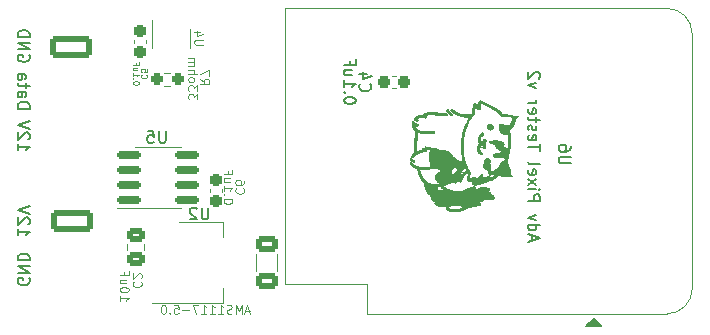
<source format=gbr>
%TF.GenerationSoftware,KiCad,Pcbnew,7.0.10*%
%TF.CreationDate,2024-01-19T02:19:35-05:00*%
%TF.ProjectId,ESP8266_Count2,45535038-3236-4365-9f43-6f756e74322e,v2*%
%TF.SameCoordinates,Original*%
%TF.FileFunction,Legend,Bot*%
%TF.FilePolarity,Positive*%
%FSLAX46Y46*%
G04 Gerber Fmt 4.6, Leading zero omitted, Abs format (unit mm)*
G04 Created by KiCad (PCBNEW 7.0.10) date 2024-01-19 02:19:35*
%MOMM*%
%LPD*%
G01*
G04 APERTURE LIST*
G04 Aperture macros list*
%AMRoundRect*
0 Rectangle with rounded corners*
0 $1 Rounding radius*
0 $2 $3 $4 $5 $6 $7 $8 $9 X,Y pos of 4 corners*
0 Add a 4 corners polygon primitive as box body*
4,1,4,$2,$3,$4,$5,$6,$7,$8,$9,$2,$3,0*
0 Add four circle primitives for the rounded corners*
1,1,$1+$1,$2,$3*
1,1,$1+$1,$4,$5*
1,1,$1+$1,$6,$7*
1,1,$1+$1,$8,$9*
0 Add four rect primitives between the rounded corners*
20,1,$1+$1,$2,$3,$4,$5,0*
20,1,$1+$1,$4,$5,$6,$7,0*
20,1,$1+$1,$6,$7,$8,$9,0*
20,1,$1+$1,$8,$9,$2,$3,0*%
G04 Aperture macros list end*
%ADD10C,0.150000*%
%ADD11C,0.100000*%
%ADD12C,0.120000*%
%ADD13R,2.000000X2.000000*%
%ADD14O,1.600000X2.000000*%
%ADD15C,2.700000*%
%ADD16RoundRect,0.237500X-0.300000X-0.237500X0.300000X-0.237500X0.300000X0.237500X-0.300000X0.237500X0*%
%ADD17RoundRect,0.237500X0.237500X-0.300000X0.237500X0.300000X-0.237500X0.300000X-0.237500X-0.300000X0*%
%ADD18R,0.510000X0.700000*%
%ADD19RoundRect,0.250000X-1.550000X0.650000X-1.550000X-0.650000X1.550000X-0.650000X1.550000X0.650000X0*%
%ADD20O,3.600000X1.800000*%
%ADD21C,1.700000*%
%ADD22RoundRect,0.250000X-0.650000X0.412500X-0.650000X-0.412500X0.650000X-0.412500X0.650000X0.412500X0*%
%ADD23RoundRect,0.237500X-0.250000X-0.237500X0.250000X-0.237500X0.250000X0.237500X-0.250000X0.237500X0*%
%ADD24R,2.000000X1.500000*%
%ADD25R,2.000000X3.800000*%
%ADD26RoundRect,0.250000X-0.475000X0.337500X-0.475000X-0.337500X0.475000X-0.337500X0.475000X0.337500X0*%
%ADD27RoundRect,0.150000X-0.825000X-0.150000X0.825000X-0.150000X0.825000X0.150000X-0.825000X0.150000X0*%
G04 APERTURE END LIST*
D10*
X111382561Y-81839411D02*
X111430180Y-81934649D01*
X111430180Y-81934649D02*
X111430180Y-82077506D01*
X111430180Y-82077506D02*
X111382561Y-82220363D01*
X111382561Y-82220363D02*
X111287323Y-82315601D01*
X111287323Y-82315601D02*
X111192085Y-82363220D01*
X111192085Y-82363220D02*
X111001609Y-82410839D01*
X111001609Y-82410839D02*
X110858752Y-82410839D01*
X110858752Y-82410839D02*
X110668276Y-82363220D01*
X110668276Y-82363220D02*
X110573038Y-82315601D01*
X110573038Y-82315601D02*
X110477800Y-82220363D01*
X110477800Y-82220363D02*
X110430180Y-82077506D01*
X110430180Y-82077506D02*
X110430180Y-81982268D01*
X110430180Y-81982268D02*
X110477800Y-81839411D01*
X110477800Y-81839411D02*
X110525419Y-81791792D01*
X110525419Y-81791792D02*
X110858752Y-81791792D01*
X110858752Y-81791792D02*
X110858752Y-81982268D01*
X110430180Y-81363220D02*
X111430180Y-81363220D01*
X111430180Y-81363220D02*
X110430180Y-80791792D01*
X110430180Y-80791792D02*
X111430180Y-80791792D01*
X110430180Y-80315601D02*
X111430180Y-80315601D01*
X111430180Y-80315601D02*
X111430180Y-80077506D01*
X111430180Y-80077506D02*
X111382561Y-79934649D01*
X111382561Y-79934649D02*
X111287323Y-79839411D01*
X111287323Y-79839411D02*
X111192085Y-79791792D01*
X111192085Y-79791792D02*
X111001609Y-79744173D01*
X111001609Y-79744173D02*
X110858752Y-79744173D01*
X110858752Y-79744173D02*
X110668276Y-79791792D01*
X110668276Y-79791792D02*
X110573038Y-79839411D01*
X110573038Y-79839411D02*
X110477800Y-79934649D01*
X110477800Y-79934649D02*
X110430180Y-80077506D01*
X110430180Y-80077506D02*
X110430180Y-80315601D01*
X153930895Y-78642858D02*
X153930895Y-78166668D01*
X153645180Y-78738096D02*
X154645180Y-78404763D01*
X154645180Y-78404763D02*
X153645180Y-78071430D01*
X153645180Y-77309525D02*
X154645180Y-77309525D01*
X153692800Y-77309525D02*
X153645180Y-77404763D01*
X153645180Y-77404763D02*
X153645180Y-77595239D01*
X153645180Y-77595239D02*
X153692800Y-77690477D01*
X153692800Y-77690477D02*
X153740419Y-77738096D01*
X153740419Y-77738096D02*
X153835657Y-77785715D01*
X153835657Y-77785715D02*
X154121371Y-77785715D01*
X154121371Y-77785715D02*
X154216609Y-77738096D01*
X154216609Y-77738096D02*
X154264228Y-77690477D01*
X154264228Y-77690477D02*
X154311847Y-77595239D01*
X154311847Y-77595239D02*
X154311847Y-77404763D01*
X154311847Y-77404763D02*
X154264228Y-77309525D01*
X154311847Y-76928572D02*
X153645180Y-76690477D01*
X153645180Y-76690477D02*
X154311847Y-76452382D01*
X153645180Y-75309524D02*
X154645180Y-75309524D01*
X154645180Y-75309524D02*
X154645180Y-74928572D01*
X154645180Y-74928572D02*
X154597561Y-74833334D01*
X154597561Y-74833334D02*
X154549942Y-74785715D01*
X154549942Y-74785715D02*
X154454704Y-74738096D01*
X154454704Y-74738096D02*
X154311847Y-74738096D01*
X154311847Y-74738096D02*
X154216609Y-74785715D01*
X154216609Y-74785715D02*
X154168990Y-74833334D01*
X154168990Y-74833334D02*
X154121371Y-74928572D01*
X154121371Y-74928572D02*
X154121371Y-75309524D01*
X153645180Y-74309524D02*
X154311847Y-74309524D01*
X154645180Y-74309524D02*
X154597561Y-74357143D01*
X154597561Y-74357143D02*
X154549942Y-74309524D01*
X154549942Y-74309524D02*
X154597561Y-74261905D01*
X154597561Y-74261905D02*
X154645180Y-74309524D01*
X154645180Y-74309524D02*
X154549942Y-74309524D01*
X153645180Y-73928572D02*
X154311847Y-73404763D01*
X154311847Y-73928572D02*
X153645180Y-73404763D01*
X153692800Y-72642858D02*
X153645180Y-72738096D01*
X153645180Y-72738096D02*
X153645180Y-72928572D01*
X153645180Y-72928572D02*
X153692800Y-73023810D01*
X153692800Y-73023810D02*
X153788038Y-73071429D01*
X153788038Y-73071429D02*
X154168990Y-73071429D01*
X154168990Y-73071429D02*
X154264228Y-73023810D01*
X154264228Y-73023810D02*
X154311847Y-72928572D01*
X154311847Y-72928572D02*
X154311847Y-72738096D01*
X154311847Y-72738096D02*
X154264228Y-72642858D01*
X154264228Y-72642858D02*
X154168990Y-72595239D01*
X154168990Y-72595239D02*
X154073752Y-72595239D01*
X154073752Y-72595239D02*
X153978514Y-73071429D01*
X153645180Y-72023810D02*
X153692800Y-72119048D01*
X153692800Y-72119048D02*
X153788038Y-72166667D01*
X153788038Y-72166667D02*
X154645180Y-72166667D01*
X154645180Y-71023809D02*
X154645180Y-70452381D01*
X153645180Y-70738095D02*
X154645180Y-70738095D01*
X153692800Y-69738095D02*
X153645180Y-69833333D01*
X153645180Y-69833333D02*
X153645180Y-70023809D01*
X153645180Y-70023809D02*
X153692800Y-70119047D01*
X153692800Y-70119047D02*
X153788038Y-70166666D01*
X153788038Y-70166666D02*
X154168990Y-70166666D01*
X154168990Y-70166666D02*
X154264228Y-70119047D01*
X154264228Y-70119047D02*
X154311847Y-70023809D01*
X154311847Y-70023809D02*
X154311847Y-69833333D01*
X154311847Y-69833333D02*
X154264228Y-69738095D01*
X154264228Y-69738095D02*
X154168990Y-69690476D01*
X154168990Y-69690476D02*
X154073752Y-69690476D01*
X154073752Y-69690476D02*
X153978514Y-70166666D01*
X153692800Y-69309523D02*
X153645180Y-69214285D01*
X153645180Y-69214285D02*
X153645180Y-69023809D01*
X153645180Y-69023809D02*
X153692800Y-68928571D01*
X153692800Y-68928571D02*
X153788038Y-68880952D01*
X153788038Y-68880952D02*
X153835657Y-68880952D01*
X153835657Y-68880952D02*
X153930895Y-68928571D01*
X153930895Y-68928571D02*
X153978514Y-69023809D01*
X153978514Y-69023809D02*
X153978514Y-69166666D01*
X153978514Y-69166666D02*
X154026133Y-69261904D01*
X154026133Y-69261904D02*
X154121371Y-69309523D01*
X154121371Y-69309523D02*
X154168990Y-69309523D01*
X154168990Y-69309523D02*
X154264228Y-69261904D01*
X154264228Y-69261904D02*
X154311847Y-69166666D01*
X154311847Y-69166666D02*
X154311847Y-69023809D01*
X154311847Y-69023809D02*
X154264228Y-68928571D01*
X154311847Y-68595237D02*
X154311847Y-68214285D01*
X154645180Y-68452380D02*
X153788038Y-68452380D01*
X153788038Y-68452380D02*
X153692800Y-68404761D01*
X153692800Y-68404761D02*
X153645180Y-68309523D01*
X153645180Y-68309523D02*
X153645180Y-68214285D01*
X153692800Y-67499999D02*
X153645180Y-67595237D01*
X153645180Y-67595237D02*
X153645180Y-67785713D01*
X153645180Y-67785713D02*
X153692800Y-67880951D01*
X153692800Y-67880951D02*
X153788038Y-67928570D01*
X153788038Y-67928570D02*
X154168990Y-67928570D01*
X154168990Y-67928570D02*
X154264228Y-67880951D01*
X154264228Y-67880951D02*
X154311847Y-67785713D01*
X154311847Y-67785713D02*
X154311847Y-67595237D01*
X154311847Y-67595237D02*
X154264228Y-67499999D01*
X154264228Y-67499999D02*
X154168990Y-67452380D01*
X154168990Y-67452380D02*
X154073752Y-67452380D01*
X154073752Y-67452380D02*
X153978514Y-67928570D01*
X153645180Y-67023808D02*
X154311847Y-67023808D01*
X154121371Y-67023808D02*
X154216609Y-66976189D01*
X154216609Y-66976189D02*
X154264228Y-66928570D01*
X154264228Y-66928570D02*
X154311847Y-66833332D01*
X154311847Y-66833332D02*
X154311847Y-66738094D01*
X154311847Y-65738093D02*
X153645180Y-65499998D01*
X153645180Y-65499998D02*
X154311847Y-65261903D01*
X154549942Y-64928569D02*
X154597561Y-64880950D01*
X154597561Y-64880950D02*
X154645180Y-64785712D01*
X154645180Y-64785712D02*
X154645180Y-64547617D01*
X154645180Y-64547617D02*
X154597561Y-64452379D01*
X154597561Y-64452379D02*
X154549942Y-64404760D01*
X154549942Y-64404760D02*
X154454704Y-64357141D01*
X154454704Y-64357141D02*
X154359466Y-64357141D01*
X154359466Y-64357141D02*
X154216609Y-64404760D01*
X154216609Y-64404760D02*
X153645180Y-64976188D01*
X153645180Y-64976188D02*
X153645180Y-64357141D01*
X111382561Y-62939411D02*
X111430180Y-63034649D01*
X111430180Y-63034649D02*
X111430180Y-63177506D01*
X111430180Y-63177506D02*
X111382561Y-63320363D01*
X111382561Y-63320363D02*
X111287323Y-63415601D01*
X111287323Y-63415601D02*
X111192085Y-63463220D01*
X111192085Y-63463220D02*
X111001609Y-63510839D01*
X111001609Y-63510839D02*
X110858752Y-63510839D01*
X110858752Y-63510839D02*
X110668276Y-63463220D01*
X110668276Y-63463220D02*
X110573038Y-63415601D01*
X110573038Y-63415601D02*
X110477800Y-63320363D01*
X110477800Y-63320363D02*
X110430180Y-63177506D01*
X110430180Y-63177506D02*
X110430180Y-63082268D01*
X110430180Y-63082268D02*
X110477800Y-62939411D01*
X110477800Y-62939411D02*
X110525419Y-62891792D01*
X110525419Y-62891792D02*
X110858752Y-62891792D01*
X110858752Y-62891792D02*
X110858752Y-63082268D01*
X110430180Y-62463220D02*
X111430180Y-62463220D01*
X111430180Y-62463220D02*
X110430180Y-61891792D01*
X110430180Y-61891792D02*
X111430180Y-61891792D01*
X110430180Y-61415601D02*
X111430180Y-61415601D01*
X111430180Y-61415601D02*
X111430180Y-61177506D01*
X111430180Y-61177506D02*
X111382561Y-61034649D01*
X111382561Y-61034649D02*
X111287323Y-60939411D01*
X111287323Y-60939411D02*
X111192085Y-60891792D01*
X111192085Y-60891792D02*
X111001609Y-60844173D01*
X111001609Y-60844173D02*
X110858752Y-60844173D01*
X110858752Y-60844173D02*
X110668276Y-60891792D01*
X110668276Y-60891792D02*
X110573038Y-60939411D01*
X110573038Y-60939411D02*
X110477800Y-61034649D01*
X110477800Y-61034649D02*
X110430180Y-61177506D01*
X110430180Y-61177506D02*
X110430180Y-61415601D01*
X110430180Y-67463220D02*
X111430180Y-67463220D01*
X111430180Y-67463220D02*
X111430180Y-67225125D01*
X111430180Y-67225125D02*
X111382561Y-67082268D01*
X111382561Y-67082268D02*
X111287323Y-66987030D01*
X111287323Y-66987030D02*
X111192085Y-66939411D01*
X111192085Y-66939411D02*
X111001609Y-66891792D01*
X111001609Y-66891792D02*
X110858752Y-66891792D01*
X110858752Y-66891792D02*
X110668276Y-66939411D01*
X110668276Y-66939411D02*
X110573038Y-66987030D01*
X110573038Y-66987030D02*
X110477800Y-67082268D01*
X110477800Y-67082268D02*
X110430180Y-67225125D01*
X110430180Y-67225125D02*
X110430180Y-67463220D01*
X110430180Y-66034649D02*
X110953990Y-66034649D01*
X110953990Y-66034649D02*
X111049228Y-66082268D01*
X111049228Y-66082268D02*
X111096847Y-66177506D01*
X111096847Y-66177506D02*
X111096847Y-66367982D01*
X111096847Y-66367982D02*
X111049228Y-66463220D01*
X110477800Y-66034649D02*
X110430180Y-66129887D01*
X110430180Y-66129887D02*
X110430180Y-66367982D01*
X110430180Y-66367982D02*
X110477800Y-66463220D01*
X110477800Y-66463220D02*
X110573038Y-66510839D01*
X110573038Y-66510839D02*
X110668276Y-66510839D01*
X110668276Y-66510839D02*
X110763514Y-66463220D01*
X110763514Y-66463220D02*
X110811133Y-66367982D01*
X110811133Y-66367982D02*
X110811133Y-66129887D01*
X110811133Y-66129887D02*
X110858752Y-66034649D01*
X111096847Y-65701315D02*
X111096847Y-65320363D01*
X111430180Y-65558458D02*
X110573038Y-65558458D01*
X110573038Y-65558458D02*
X110477800Y-65510839D01*
X110477800Y-65510839D02*
X110430180Y-65415601D01*
X110430180Y-65415601D02*
X110430180Y-65320363D01*
X110430180Y-64558458D02*
X110953990Y-64558458D01*
X110953990Y-64558458D02*
X111049228Y-64606077D01*
X111049228Y-64606077D02*
X111096847Y-64701315D01*
X111096847Y-64701315D02*
X111096847Y-64891791D01*
X111096847Y-64891791D02*
X111049228Y-64987029D01*
X110477800Y-64558458D02*
X110430180Y-64653696D01*
X110430180Y-64653696D02*
X110430180Y-64891791D01*
X110430180Y-64891791D02*
X110477800Y-64987029D01*
X110477800Y-64987029D02*
X110573038Y-65034648D01*
X110573038Y-65034648D02*
X110668276Y-65034648D01*
X110668276Y-65034648D02*
X110763514Y-64987029D01*
X110763514Y-64987029D02*
X110811133Y-64891791D01*
X110811133Y-64891791D02*
X110811133Y-64653696D01*
X110811133Y-64653696D02*
X110858752Y-64558458D01*
X110430180Y-70439411D02*
X110430180Y-71010839D01*
X110430180Y-70725125D02*
X111430180Y-70725125D01*
X111430180Y-70725125D02*
X111287323Y-70820363D01*
X111287323Y-70820363D02*
X111192085Y-70915601D01*
X111192085Y-70915601D02*
X111144466Y-71010839D01*
X111334942Y-70058458D02*
X111382561Y-70010839D01*
X111382561Y-70010839D02*
X111430180Y-69915601D01*
X111430180Y-69915601D02*
X111430180Y-69677506D01*
X111430180Y-69677506D02*
X111382561Y-69582268D01*
X111382561Y-69582268D02*
X111334942Y-69534649D01*
X111334942Y-69534649D02*
X111239704Y-69487030D01*
X111239704Y-69487030D02*
X111144466Y-69487030D01*
X111144466Y-69487030D02*
X111001609Y-69534649D01*
X111001609Y-69534649D02*
X110430180Y-70106077D01*
X110430180Y-70106077D02*
X110430180Y-69487030D01*
X111430180Y-69201315D02*
X110430180Y-68867982D01*
X110430180Y-68867982D02*
X111430180Y-68534649D01*
X110430180Y-77639411D02*
X110430180Y-78210839D01*
X110430180Y-77925125D02*
X111430180Y-77925125D01*
X111430180Y-77925125D02*
X111287323Y-78020363D01*
X111287323Y-78020363D02*
X111192085Y-78115601D01*
X111192085Y-78115601D02*
X111144466Y-78210839D01*
X111334942Y-77258458D02*
X111382561Y-77210839D01*
X111382561Y-77210839D02*
X111430180Y-77115601D01*
X111430180Y-77115601D02*
X111430180Y-76877506D01*
X111430180Y-76877506D02*
X111382561Y-76782268D01*
X111382561Y-76782268D02*
X111334942Y-76734649D01*
X111334942Y-76734649D02*
X111239704Y-76687030D01*
X111239704Y-76687030D02*
X111144466Y-76687030D01*
X111144466Y-76687030D02*
X111001609Y-76734649D01*
X111001609Y-76734649D02*
X110430180Y-77306077D01*
X110430180Y-77306077D02*
X110430180Y-76687030D01*
X111430180Y-76401315D02*
X110430180Y-76067982D01*
X110430180Y-76067982D02*
X111430180Y-75734649D01*
X157245180Y-72106904D02*
X156435657Y-72106904D01*
X156435657Y-72106904D02*
X156340419Y-72059285D01*
X156340419Y-72059285D02*
X156292800Y-72011666D01*
X156292800Y-72011666D02*
X156245180Y-71916428D01*
X156245180Y-71916428D02*
X156245180Y-71725952D01*
X156245180Y-71725952D02*
X156292800Y-71630714D01*
X156292800Y-71630714D02*
X156340419Y-71583095D01*
X156340419Y-71583095D02*
X156435657Y-71535476D01*
X156435657Y-71535476D02*
X157245180Y-71535476D01*
X157245180Y-70630714D02*
X157245180Y-70821190D01*
X157245180Y-70821190D02*
X157197561Y-70916428D01*
X157197561Y-70916428D02*
X157149942Y-70964047D01*
X157149942Y-70964047D02*
X157007085Y-71059285D01*
X157007085Y-71059285D02*
X156816609Y-71106904D01*
X156816609Y-71106904D02*
X156435657Y-71106904D01*
X156435657Y-71106904D02*
X156340419Y-71059285D01*
X156340419Y-71059285D02*
X156292800Y-71011666D01*
X156292800Y-71011666D02*
X156245180Y-70916428D01*
X156245180Y-70916428D02*
X156245180Y-70725952D01*
X156245180Y-70725952D02*
X156292800Y-70630714D01*
X156292800Y-70630714D02*
X156340419Y-70583095D01*
X156340419Y-70583095D02*
X156435657Y-70535476D01*
X156435657Y-70535476D02*
X156673752Y-70535476D01*
X156673752Y-70535476D02*
X156768990Y-70583095D01*
X156768990Y-70583095D02*
X156816609Y-70630714D01*
X156816609Y-70630714D02*
X156864228Y-70725952D01*
X156864228Y-70725952D02*
X156864228Y-70916428D01*
X156864228Y-70916428D02*
X156816609Y-71011666D01*
X156816609Y-71011666D02*
X156768990Y-71059285D01*
X156768990Y-71059285D02*
X156673752Y-71106904D01*
X139440419Y-65366666D02*
X139392800Y-65414285D01*
X139392800Y-65414285D02*
X139345180Y-65557142D01*
X139345180Y-65557142D02*
X139345180Y-65652380D01*
X139345180Y-65652380D02*
X139392800Y-65795237D01*
X139392800Y-65795237D02*
X139488038Y-65890475D01*
X139488038Y-65890475D02*
X139583276Y-65938094D01*
X139583276Y-65938094D02*
X139773752Y-65985713D01*
X139773752Y-65985713D02*
X139916609Y-65985713D01*
X139916609Y-65985713D02*
X140107085Y-65938094D01*
X140107085Y-65938094D02*
X140202323Y-65890475D01*
X140202323Y-65890475D02*
X140297561Y-65795237D01*
X140297561Y-65795237D02*
X140345180Y-65652380D01*
X140345180Y-65652380D02*
X140345180Y-65557142D01*
X140345180Y-65557142D02*
X140297561Y-65414285D01*
X140297561Y-65414285D02*
X140249942Y-65366666D01*
X140011847Y-64509523D02*
X139345180Y-64509523D01*
X140392800Y-64747618D02*
X139678514Y-64985713D01*
X139678514Y-64985713D02*
X139678514Y-64366666D01*
X139045180Y-66842856D02*
X139045180Y-66747618D01*
X139045180Y-66747618D02*
X138997561Y-66652380D01*
X138997561Y-66652380D02*
X138949942Y-66604761D01*
X138949942Y-66604761D02*
X138854704Y-66557142D01*
X138854704Y-66557142D02*
X138664228Y-66509523D01*
X138664228Y-66509523D02*
X138426133Y-66509523D01*
X138426133Y-66509523D02*
X138235657Y-66557142D01*
X138235657Y-66557142D02*
X138140419Y-66604761D01*
X138140419Y-66604761D02*
X138092800Y-66652380D01*
X138092800Y-66652380D02*
X138045180Y-66747618D01*
X138045180Y-66747618D02*
X138045180Y-66842856D01*
X138045180Y-66842856D02*
X138092800Y-66938094D01*
X138092800Y-66938094D02*
X138140419Y-66985713D01*
X138140419Y-66985713D02*
X138235657Y-67033332D01*
X138235657Y-67033332D02*
X138426133Y-67080951D01*
X138426133Y-67080951D02*
X138664228Y-67080951D01*
X138664228Y-67080951D02*
X138854704Y-67033332D01*
X138854704Y-67033332D02*
X138949942Y-66985713D01*
X138949942Y-66985713D02*
X138997561Y-66938094D01*
X138997561Y-66938094D02*
X139045180Y-66842856D01*
X138140419Y-66080951D02*
X138092800Y-66033332D01*
X138092800Y-66033332D02*
X138045180Y-66080951D01*
X138045180Y-66080951D02*
X138092800Y-66128570D01*
X138092800Y-66128570D02*
X138140419Y-66080951D01*
X138140419Y-66080951D02*
X138045180Y-66080951D01*
X138045180Y-65080952D02*
X138045180Y-65652380D01*
X138045180Y-65366666D02*
X139045180Y-65366666D01*
X139045180Y-65366666D02*
X138902323Y-65461904D01*
X138902323Y-65461904D02*
X138807085Y-65557142D01*
X138807085Y-65557142D02*
X138759466Y-65652380D01*
X138711847Y-64223809D02*
X138045180Y-64223809D01*
X138711847Y-64652380D02*
X138188038Y-64652380D01*
X138188038Y-64652380D02*
X138092800Y-64604761D01*
X138092800Y-64604761D02*
X138045180Y-64509523D01*
X138045180Y-64509523D02*
X138045180Y-64366666D01*
X138045180Y-64366666D02*
X138092800Y-64271428D01*
X138092800Y-64271428D02*
X138140419Y-64223809D01*
X138568990Y-63414285D02*
X138568990Y-63747618D01*
X138045180Y-63747618D02*
X139045180Y-63747618D01*
X139045180Y-63747618D02*
X139045180Y-63271428D01*
D11*
X120921509Y-64583333D02*
X120897700Y-64607142D01*
X120897700Y-64607142D02*
X120873890Y-64678571D01*
X120873890Y-64678571D02*
X120873890Y-64726190D01*
X120873890Y-64726190D02*
X120897700Y-64797618D01*
X120897700Y-64797618D02*
X120945319Y-64845237D01*
X120945319Y-64845237D02*
X120992938Y-64869047D01*
X120992938Y-64869047D02*
X121088176Y-64892856D01*
X121088176Y-64892856D02*
X121159604Y-64892856D01*
X121159604Y-64892856D02*
X121254842Y-64869047D01*
X121254842Y-64869047D02*
X121302461Y-64845237D01*
X121302461Y-64845237D02*
X121350080Y-64797618D01*
X121350080Y-64797618D02*
X121373890Y-64726190D01*
X121373890Y-64726190D02*
X121373890Y-64678571D01*
X121373890Y-64678571D02*
X121350080Y-64607142D01*
X121350080Y-64607142D02*
X121326271Y-64583333D01*
X121373890Y-64130952D02*
X121373890Y-64369047D01*
X121373890Y-64369047D02*
X121135795Y-64392856D01*
X121135795Y-64392856D02*
X121159604Y-64369047D01*
X121159604Y-64369047D02*
X121183414Y-64321428D01*
X121183414Y-64321428D02*
X121183414Y-64202380D01*
X121183414Y-64202380D02*
X121159604Y-64154761D01*
X121159604Y-64154761D02*
X121135795Y-64130952D01*
X121135795Y-64130952D02*
X121088176Y-64107142D01*
X121088176Y-64107142D02*
X120969128Y-64107142D01*
X120969128Y-64107142D02*
X120921509Y-64130952D01*
X120921509Y-64130952D02*
X120897700Y-64154761D01*
X120897700Y-64154761D02*
X120873890Y-64202380D01*
X120873890Y-64202380D02*
X120873890Y-64321428D01*
X120873890Y-64321428D02*
X120897700Y-64369047D01*
X120897700Y-64369047D02*
X120921509Y-64392856D01*
X120673890Y-65321427D02*
X120673890Y-65273808D01*
X120673890Y-65273808D02*
X120650080Y-65226189D01*
X120650080Y-65226189D02*
X120626271Y-65202379D01*
X120626271Y-65202379D02*
X120578652Y-65178570D01*
X120578652Y-65178570D02*
X120483414Y-65154760D01*
X120483414Y-65154760D02*
X120364366Y-65154760D01*
X120364366Y-65154760D02*
X120269128Y-65178570D01*
X120269128Y-65178570D02*
X120221509Y-65202379D01*
X120221509Y-65202379D02*
X120197700Y-65226189D01*
X120197700Y-65226189D02*
X120173890Y-65273808D01*
X120173890Y-65273808D02*
X120173890Y-65321427D01*
X120173890Y-65321427D02*
X120197700Y-65369046D01*
X120197700Y-65369046D02*
X120221509Y-65392855D01*
X120221509Y-65392855D02*
X120269128Y-65416665D01*
X120269128Y-65416665D02*
X120364366Y-65440474D01*
X120364366Y-65440474D02*
X120483414Y-65440474D01*
X120483414Y-65440474D02*
X120578652Y-65416665D01*
X120578652Y-65416665D02*
X120626271Y-65392855D01*
X120626271Y-65392855D02*
X120650080Y-65369046D01*
X120650080Y-65369046D02*
X120673890Y-65321427D01*
X120221509Y-64940475D02*
X120197700Y-64916665D01*
X120197700Y-64916665D02*
X120173890Y-64940475D01*
X120173890Y-64940475D02*
X120197700Y-64964284D01*
X120197700Y-64964284D02*
X120221509Y-64940475D01*
X120221509Y-64940475D02*
X120173890Y-64940475D01*
X120173890Y-64440475D02*
X120173890Y-64726189D01*
X120173890Y-64583332D02*
X120673890Y-64583332D01*
X120673890Y-64583332D02*
X120602461Y-64630951D01*
X120602461Y-64630951D02*
X120554842Y-64678570D01*
X120554842Y-64678570D02*
X120531033Y-64726189D01*
X120507223Y-64011904D02*
X120173890Y-64011904D01*
X120507223Y-64226190D02*
X120245319Y-64226190D01*
X120245319Y-64226190D02*
X120197700Y-64202380D01*
X120197700Y-64202380D02*
X120173890Y-64154761D01*
X120173890Y-64154761D02*
X120173890Y-64083333D01*
X120173890Y-64083333D02*
X120197700Y-64035714D01*
X120197700Y-64035714D02*
X120221509Y-64011904D01*
X120435795Y-63607142D02*
X120435795Y-63773809D01*
X120173890Y-63773809D02*
X120673890Y-63773809D01*
X120673890Y-63773809D02*
X120673890Y-63535714D01*
X126108235Y-62071428D02*
X125501092Y-62071428D01*
X125501092Y-62071428D02*
X125429664Y-62035714D01*
X125429664Y-62035714D02*
X125393950Y-62000000D01*
X125393950Y-62000000D02*
X125358235Y-61928571D01*
X125358235Y-61928571D02*
X125358235Y-61785714D01*
X125358235Y-61785714D02*
X125393950Y-61714285D01*
X125393950Y-61714285D02*
X125429664Y-61678571D01*
X125429664Y-61678571D02*
X125501092Y-61642857D01*
X125501092Y-61642857D02*
X126108235Y-61642857D01*
X125858235Y-60964286D02*
X125358235Y-60964286D01*
X126143950Y-61142857D02*
X125608235Y-61321428D01*
X125608235Y-61321428D02*
X125608235Y-60857143D01*
X125858235Y-64925000D02*
X126215378Y-65175000D01*
X125858235Y-65353571D02*
X126608235Y-65353571D01*
X126608235Y-65353571D02*
X126608235Y-65067857D01*
X126608235Y-65067857D02*
X126572521Y-64996428D01*
X126572521Y-64996428D02*
X126536807Y-64960714D01*
X126536807Y-64960714D02*
X126465378Y-64925000D01*
X126465378Y-64925000D02*
X126358235Y-64925000D01*
X126358235Y-64925000D02*
X126286807Y-64960714D01*
X126286807Y-64960714D02*
X126251092Y-64996428D01*
X126251092Y-64996428D02*
X126215378Y-65067857D01*
X126215378Y-65067857D02*
X126215378Y-65353571D01*
X126608235Y-64675000D02*
X126608235Y-64175000D01*
X126608235Y-64175000D02*
X125858235Y-64496428D01*
X125608235Y-66685714D02*
X125608235Y-66221428D01*
X125608235Y-66221428D02*
X125322521Y-66471428D01*
X125322521Y-66471428D02*
X125322521Y-66364285D01*
X125322521Y-66364285D02*
X125286807Y-66292857D01*
X125286807Y-66292857D02*
X125251092Y-66257142D01*
X125251092Y-66257142D02*
X125179664Y-66221428D01*
X125179664Y-66221428D02*
X125001092Y-66221428D01*
X125001092Y-66221428D02*
X124929664Y-66257142D01*
X124929664Y-66257142D02*
X124893950Y-66292857D01*
X124893950Y-66292857D02*
X124858235Y-66364285D01*
X124858235Y-66364285D02*
X124858235Y-66578571D01*
X124858235Y-66578571D02*
X124893950Y-66649999D01*
X124893950Y-66649999D02*
X124929664Y-66685714D01*
X125608235Y-65971428D02*
X125608235Y-65507142D01*
X125608235Y-65507142D02*
X125322521Y-65757142D01*
X125322521Y-65757142D02*
X125322521Y-65649999D01*
X125322521Y-65649999D02*
X125286807Y-65578571D01*
X125286807Y-65578571D02*
X125251092Y-65542856D01*
X125251092Y-65542856D02*
X125179664Y-65507142D01*
X125179664Y-65507142D02*
X125001092Y-65507142D01*
X125001092Y-65507142D02*
X124929664Y-65542856D01*
X124929664Y-65542856D02*
X124893950Y-65578571D01*
X124893950Y-65578571D02*
X124858235Y-65649999D01*
X124858235Y-65649999D02*
X124858235Y-65864285D01*
X124858235Y-65864285D02*
X124893950Y-65935713D01*
X124893950Y-65935713D02*
X124929664Y-65971428D01*
X124858235Y-65078570D02*
X124893950Y-65149999D01*
X124893950Y-65149999D02*
X124929664Y-65185713D01*
X124929664Y-65185713D02*
X125001092Y-65221427D01*
X125001092Y-65221427D02*
X125215378Y-65221427D01*
X125215378Y-65221427D02*
X125286807Y-65185713D01*
X125286807Y-65185713D02*
X125322521Y-65149999D01*
X125322521Y-65149999D02*
X125358235Y-65078570D01*
X125358235Y-65078570D02*
X125358235Y-64971427D01*
X125358235Y-64971427D02*
X125322521Y-64899999D01*
X125322521Y-64899999D02*
X125286807Y-64864285D01*
X125286807Y-64864285D02*
X125215378Y-64828570D01*
X125215378Y-64828570D02*
X125001092Y-64828570D01*
X125001092Y-64828570D02*
X124929664Y-64864285D01*
X124929664Y-64864285D02*
X124893950Y-64899999D01*
X124893950Y-64899999D02*
X124858235Y-64971427D01*
X124858235Y-64971427D02*
X124858235Y-65078570D01*
X124858235Y-64507142D02*
X125608235Y-64507142D01*
X124858235Y-64185714D02*
X125251092Y-64185714D01*
X125251092Y-64185714D02*
X125322521Y-64221428D01*
X125322521Y-64221428D02*
X125358235Y-64292856D01*
X125358235Y-64292856D02*
X125358235Y-64399999D01*
X125358235Y-64399999D02*
X125322521Y-64471428D01*
X125322521Y-64471428D02*
X125286807Y-64507142D01*
X124858235Y-63828571D02*
X125358235Y-63828571D01*
X125286807Y-63828571D02*
X125322521Y-63792857D01*
X125322521Y-63792857D02*
X125358235Y-63721428D01*
X125358235Y-63721428D02*
X125358235Y-63614285D01*
X125358235Y-63614285D02*
X125322521Y-63542857D01*
X125322521Y-63542857D02*
X125251092Y-63507143D01*
X125251092Y-63507143D02*
X124858235Y-63507143D01*
X125251092Y-63507143D02*
X125322521Y-63471428D01*
X125322521Y-63471428D02*
X125358235Y-63400000D01*
X125358235Y-63400000D02*
X125358235Y-63292857D01*
X125358235Y-63292857D02*
X125322521Y-63221428D01*
X125322521Y-63221428D02*
X125251092Y-63185714D01*
X125251092Y-63185714D02*
X124858235Y-63185714D01*
D10*
X126561904Y-75854819D02*
X126561904Y-76664342D01*
X126561904Y-76664342D02*
X126514285Y-76759580D01*
X126514285Y-76759580D02*
X126466666Y-76807200D01*
X126466666Y-76807200D02*
X126371428Y-76854819D01*
X126371428Y-76854819D02*
X126180952Y-76854819D01*
X126180952Y-76854819D02*
X126085714Y-76807200D01*
X126085714Y-76807200D02*
X126038095Y-76759580D01*
X126038095Y-76759580D02*
X125990476Y-76664342D01*
X125990476Y-76664342D02*
X125990476Y-75854819D01*
X125561904Y-75950057D02*
X125514285Y-75902438D01*
X125514285Y-75902438D02*
X125419047Y-75854819D01*
X125419047Y-75854819D02*
X125180952Y-75854819D01*
X125180952Y-75854819D02*
X125085714Y-75902438D01*
X125085714Y-75902438D02*
X125038095Y-75950057D01*
X125038095Y-75950057D02*
X124990476Y-76045295D01*
X124990476Y-76045295D02*
X124990476Y-76140533D01*
X124990476Y-76140533D02*
X125038095Y-76283390D01*
X125038095Y-76283390D02*
X125609523Y-76854819D01*
X125609523Y-76854819D02*
X124990476Y-76854819D01*
D11*
X130050000Y-84627478D02*
X129692858Y-84627478D01*
X130121429Y-84841764D02*
X129871429Y-84091764D01*
X129871429Y-84091764D02*
X129621429Y-84841764D01*
X129371429Y-84841764D02*
X129371429Y-84091764D01*
X129371429Y-84091764D02*
X129121429Y-84627478D01*
X129121429Y-84627478D02*
X128871429Y-84091764D01*
X128871429Y-84091764D02*
X128871429Y-84841764D01*
X128550000Y-84806050D02*
X128442858Y-84841764D01*
X128442858Y-84841764D02*
X128264286Y-84841764D01*
X128264286Y-84841764D02*
X128192858Y-84806050D01*
X128192858Y-84806050D02*
X128157143Y-84770335D01*
X128157143Y-84770335D02*
X128121429Y-84698907D01*
X128121429Y-84698907D02*
X128121429Y-84627478D01*
X128121429Y-84627478D02*
X128157143Y-84556050D01*
X128157143Y-84556050D02*
X128192858Y-84520335D01*
X128192858Y-84520335D02*
X128264286Y-84484621D01*
X128264286Y-84484621D02*
X128407143Y-84448907D01*
X128407143Y-84448907D02*
X128478572Y-84413192D01*
X128478572Y-84413192D02*
X128514286Y-84377478D01*
X128514286Y-84377478D02*
X128550000Y-84306050D01*
X128550000Y-84306050D02*
X128550000Y-84234621D01*
X128550000Y-84234621D02*
X128514286Y-84163192D01*
X128514286Y-84163192D02*
X128478572Y-84127478D01*
X128478572Y-84127478D02*
X128407143Y-84091764D01*
X128407143Y-84091764D02*
X128228572Y-84091764D01*
X128228572Y-84091764D02*
X128121429Y-84127478D01*
X127407143Y-84841764D02*
X127835714Y-84841764D01*
X127621429Y-84841764D02*
X127621429Y-84091764D01*
X127621429Y-84091764D02*
X127692857Y-84198907D01*
X127692857Y-84198907D02*
X127764286Y-84270335D01*
X127764286Y-84270335D02*
X127835714Y-84306050D01*
X126692857Y-84841764D02*
X127121428Y-84841764D01*
X126907143Y-84841764D02*
X126907143Y-84091764D01*
X126907143Y-84091764D02*
X126978571Y-84198907D01*
X126978571Y-84198907D02*
X127050000Y-84270335D01*
X127050000Y-84270335D02*
X127121428Y-84306050D01*
X125978571Y-84841764D02*
X126407142Y-84841764D01*
X126192857Y-84841764D02*
X126192857Y-84091764D01*
X126192857Y-84091764D02*
X126264285Y-84198907D01*
X126264285Y-84198907D02*
X126335714Y-84270335D01*
X126335714Y-84270335D02*
X126407142Y-84306050D01*
X125728571Y-84091764D02*
X125228571Y-84091764D01*
X125228571Y-84091764D02*
X125549999Y-84841764D01*
X124942856Y-84556050D02*
X124371428Y-84556050D01*
X123657142Y-84091764D02*
X124014285Y-84091764D01*
X124014285Y-84091764D02*
X124049999Y-84448907D01*
X124049999Y-84448907D02*
X124014285Y-84413192D01*
X124014285Y-84413192D02*
X123942857Y-84377478D01*
X123942857Y-84377478D02*
X123764285Y-84377478D01*
X123764285Y-84377478D02*
X123692857Y-84413192D01*
X123692857Y-84413192D02*
X123657142Y-84448907D01*
X123657142Y-84448907D02*
X123621428Y-84520335D01*
X123621428Y-84520335D02*
X123621428Y-84698907D01*
X123621428Y-84698907D02*
X123657142Y-84770335D01*
X123657142Y-84770335D02*
X123692857Y-84806050D01*
X123692857Y-84806050D02*
X123764285Y-84841764D01*
X123764285Y-84841764D02*
X123942857Y-84841764D01*
X123942857Y-84841764D02*
X124014285Y-84806050D01*
X124014285Y-84806050D02*
X124049999Y-84770335D01*
X123299999Y-84770335D02*
X123264285Y-84806050D01*
X123264285Y-84806050D02*
X123299999Y-84841764D01*
X123299999Y-84841764D02*
X123335713Y-84806050D01*
X123335713Y-84806050D02*
X123299999Y-84770335D01*
X123299999Y-84770335D02*
X123299999Y-84841764D01*
X122799999Y-84091764D02*
X122728570Y-84091764D01*
X122728570Y-84091764D02*
X122657142Y-84127478D01*
X122657142Y-84127478D02*
X122621428Y-84163192D01*
X122621428Y-84163192D02*
X122585713Y-84234621D01*
X122585713Y-84234621D02*
X122549999Y-84377478D01*
X122549999Y-84377478D02*
X122549999Y-84556050D01*
X122549999Y-84556050D02*
X122585713Y-84698907D01*
X122585713Y-84698907D02*
X122621428Y-84770335D01*
X122621428Y-84770335D02*
X122657142Y-84806050D01*
X122657142Y-84806050D02*
X122728570Y-84841764D01*
X122728570Y-84841764D02*
X122799999Y-84841764D01*
X122799999Y-84841764D02*
X122871428Y-84806050D01*
X122871428Y-84806050D02*
X122907142Y-84770335D01*
X122907142Y-84770335D02*
X122942856Y-84698907D01*
X122942856Y-84698907D02*
X122978570Y-84556050D01*
X122978570Y-84556050D02*
X122978570Y-84377478D01*
X122978570Y-84377478D02*
X122942856Y-84234621D01*
X122942856Y-84234621D02*
X122907142Y-84163192D01*
X122907142Y-84163192D02*
X122871428Y-84127478D01*
X122871428Y-84127478D02*
X122799999Y-84091764D01*
X120229664Y-82125000D02*
X120193950Y-82160714D01*
X120193950Y-82160714D02*
X120158235Y-82267857D01*
X120158235Y-82267857D02*
X120158235Y-82339285D01*
X120158235Y-82339285D02*
X120193950Y-82446428D01*
X120193950Y-82446428D02*
X120265378Y-82517857D01*
X120265378Y-82517857D02*
X120336807Y-82553571D01*
X120336807Y-82553571D02*
X120479664Y-82589285D01*
X120479664Y-82589285D02*
X120586807Y-82589285D01*
X120586807Y-82589285D02*
X120729664Y-82553571D01*
X120729664Y-82553571D02*
X120801092Y-82517857D01*
X120801092Y-82517857D02*
X120872521Y-82446428D01*
X120872521Y-82446428D02*
X120908235Y-82339285D01*
X120908235Y-82339285D02*
X120908235Y-82267857D01*
X120908235Y-82267857D02*
X120872521Y-82160714D01*
X120872521Y-82160714D02*
X120836807Y-82125000D01*
X120836807Y-81839285D02*
X120872521Y-81803571D01*
X120872521Y-81803571D02*
X120908235Y-81732143D01*
X120908235Y-81732143D02*
X120908235Y-81553571D01*
X120908235Y-81553571D02*
X120872521Y-81482143D01*
X120872521Y-81482143D02*
X120836807Y-81446428D01*
X120836807Y-81446428D02*
X120765378Y-81410714D01*
X120765378Y-81410714D02*
X120693950Y-81410714D01*
X120693950Y-81410714D02*
X120586807Y-81446428D01*
X120586807Y-81446428D02*
X120158235Y-81875000D01*
X120158235Y-81875000D02*
X120158235Y-81410714D01*
X119058235Y-83303571D02*
X119058235Y-83732142D01*
X119058235Y-83517857D02*
X119808235Y-83517857D01*
X119808235Y-83517857D02*
X119701092Y-83589285D01*
X119701092Y-83589285D02*
X119629664Y-83660714D01*
X119629664Y-83660714D02*
X119593950Y-83732142D01*
X119808235Y-82839285D02*
X119808235Y-82767856D01*
X119808235Y-82767856D02*
X119772521Y-82696428D01*
X119772521Y-82696428D02*
X119736807Y-82660714D01*
X119736807Y-82660714D02*
X119665378Y-82624999D01*
X119665378Y-82624999D02*
X119522521Y-82589285D01*
X119522521Y-82589285D02*
X119343950Y-82589285D01*
X119343950Y-82589285D02*
X119201092Y-82624999D01*
X119201092Y-82624999D02*
X119129664Y-82660714D01*
X119129664Y-82660714D02*
X119093950Y-82696428D01*
X119093950Y-82696428D02*
X119058235Y-82767856D01*
X119058235Y-82767856D02*
X119058235Y-82839285D01*
X119058235Y-82839285D02*
X119093950Y-82910714D01*
X119093950Y-82910714D02*
X119129664Y-82946428D01*
X119129664Y-82946428D02*
X119201092Y-82982142D01*
X119201092Y-82982142D02*
X119343950Y-83017856D01*
X119343950Y-83017856D02*
X119522521Y-83017856D01*
X119522521Y-83017856D02*
X119665378Y-82982142D01*
X119665378Y-82982142D02*
X119736807Y-82946428D01*
X119736807Y-82946428D02*
X119772521Y-82910714D01*
X119772521Y-82910714D02*
X119808235Y-82839285D01*
X119558235Y-81946428D02*
X119058235Y-81946428D01*
X119558235Y-82267856D02*
X119165378Y-82267856D01*
X119165378Y-82267856D02*
X119093950Y-82232142D01*
X119093950Y-82232142D02*
X119058235Y-82160713D01*
X119058235Y-82160713D02*
X119058235Y-82053570D01*
X119058235Y-82053570D02*
X119093950Y-81982142D01*
X119093950Y-81982142D02*
X119129664Y-81946428D01*
X119451092Y-81339285D02*
X119451092Y-81589285D01*
X119058235Y-81589285D02*
X119808235Y-81589285D01*
X119808235Y-81589285D02*
X119808235Y-81232142D01*
X128929664Y-74225000D02*
X128893950Y-74260714D01*
X128893950Y-74260714D02*
X128858235Y-74367857D01*
X128858235Y-74367857D02*
X128858235Y-74439285D01*
X128858235Y-74439285D02*
X128893950Y-74546428D01*
X128893950Y-74546428D02*
X128965378Y-74617857D01*
X128965378Y-74617857D02*
X129036807Y-74653571D01*
X129036807Y-74653571D02*
X129179664Y-74689285D01*
X129179664Y-74689285D02*
X129286807Y-74689285D01*
X129286807Y-74689285D02*
X129429664Y-74653571D01*
X129429664Y-74653571D02*
X129501092Y-74617857D01*
X129501092Y-74617857D02*
X129572521Y-74546428D01*
X129572521Y-74546428D02*
X129608235Y-74439285D01*
X129608235Y-74439285D02*
X129608235Y-74367857D01*
X129608235Y-74367857D02*
X129572521Y-74260714D01*
X129572521Y-74260714D02*
X129536807Y-74225000D01*
X129608235Y-73582143D02*
X129608235Y-73725000D01*
X129608235Y-73725000D02*
X129572521Y-73796428D01*
X129572521Y-73796428D02*
X129536807Y-73832143D01*
X129536807Y-73832143D02*
X129429664Y-73903571D01*
X129429664Y-73903571D02*
X129286807Y-73939285D01*
X129286807Y-73939285D02*
X129001092Y-73939285D01*
X129001092Y-73939285D02*
X128929664Y-73903571D01*
X128929664Y-73903571D02*
X128893950Y-73867857D01*
X128893950Y-73867857D02*
X128858235Y-73796428D01*
X128858235Y-73796428D02*
X128858235Y-73653571D01*
X128858235Y-73653571D02*
X128893950Y-73582143D01*
X128893950Y-73582143D02*
X128929664Y-73546428D01*
X128929664Y-73546428D02*
X129001092Y-73510714D01*
X129001092Y-73510714D02*
X129179664Y-73510714D01*
X129179664Y-73510714D02*
X129251092Y-73546428D01*
X129251092Y-73546428D02*
X129286807Y-73582143D01*
X129286807Y-73582143D02*
X129322521Y-73653571D01*
X129322521Y-73653571D02*
X129322521Y-73796428D01*
X129322521Y-73796428D02*
X129286807Y-73867857D01*
X129286807Y-73867857D02*
X129251092Y-73903571D01*
X129251092Y-73903571D02*
X129179664Y-73939285D01*
X128608235Y-75332142D02*
X128608235Y-75260713D01*
X128608235Y-75260713D02*
X128572521Y-75189285D01*
X128572521Y-75189285D02*
X128536807Y-75153571D01*
X128536807Y-75153571D02*
X128465378Y-75117856D01*
X128465378Y-75117856D02*
X128322521Y-75082142D01*
X128322521Y-75082142D02*
X128143950Y-75082142D01*
X128143950Y-75082142D02*
X128001092Y-75117856D01*
X128001092Y-75117856D02*
X127929664Y-75153571D01*
X127929664Y-75153571D02*
X127893950Y-75189285D01*
X127893950Y-75189285D02*
X127858235Y-75260713D01*
X127858235Y-75260713D02*
X127858235Y-75332142D01*
X127858235Y-75332142D02*
X127893950Y-75403571D01*
X127893950Y-75403571D02*
X127929664Y-75439285D01*
X127929664Y-75439285D02*
X128001092Y-75474999D01*
X128001092Y-75474999D02*
X128143950Y-75510713D01*
X128143950Y-75510713D02*
X128322521Y-75510713D01*
X128322521Y-75510713D02*
X128465378Y-75474999D01*
X128465378Y-75474999D02*
X128536807Y-75439285D01*
X128536807Y-75439285D02*
X128572521Y-75403571D01*
X128572521Y-75403571D02*
X128608235Y-75332142D01*
X127929664Y-74760713D02*
X127893950Y-74724999D01*
X127893950Y-74724999D02*
X127858235Y-74760713D01*
X127858235Y-74760713D02*
X127893950Y-74796427D01*
X127893950Y-74796427D02*
X127929664Y-74760713D01*
X127929664Y-74760713D02*
X127858235Y-74760713D01*
X127858235Y-74010713D02*
X127858235Y-74439284D01*
X127858235Y-74224999D02*
X128608235Y-74224999D01*
X128608235Y-74224999D02*
X128501092Y-74296427D01*
X128501092Y-74296427D02*
X128429664Y-74367856D01*
X128429664Y-74367856D02*
X128393950Y-74439284D01*
X128358235Y-73367856D02*
X127858235Y-73367856D01*
X128358235Y-73689284D02*
X127965378Y-73689284D01*
X127965378Y-73689284D02*
X127893950Y-73653570D01*
X127893950Y-73653570D02*
X127858235Y-73582141D01*
X127858235Y-73582141D02*
X127858235Y-73474998D01*
X127858235Y-73474998D02*
X127893950Y-73403570D01*
X127893950Y-73403570D02*
X127929664Y-73367856D01*
X128251092Y-72760713D02*
X128251092Y-73010713D01*
X127858235Y-73010713D02*
X128608235Y-73010713D01*
X128608235Y-73010713D02*
X128608235Y-72653570D01*
D10*
X122961904Y-69354819D02*
X122961904Y-70164342D01*
X122961904Y-70164342D02*
X122914285Y-70259580D01*
X122914285Y-70259580D02*
X122866666Y-70307200D01*
X122866666Y-70307200D02*
X122771428Y-70354819D01*
X122771428Y-70354819D02*
X122580952Y-70354819D01*
X122580952Y-70354819D02*
X122485714Y-70307200D01*
X122485714Y-70307200D02*
X122438095Y-70259580D01*
X122438095Y-70259580D02*
X122390476Y-70164342D01*
X122390476Y-70164342D02*
X122390476Y-69354819D01*
X121438095Y-69354819D02*
X121914285Y-69354819D01*
X121914285Y-69354819D02*
X121961904Y-69831009D01*
X121961904Y-69831009D02*
X121914285Y-69783390D01*
X121914285Y-69783390D02*
X121819047Y-69735771D01*
X121819047Y-69735771D02*
X121580952Y-69735771D01*
X121580952Y-69735771D02*
X121485714Y-69783390D01*
X121485714Y-69783390D02*
X121438095Y-69831009D01*
X121438095Y-69831009D02*
X121390476Y-69926247D01*
X121390476Y-69926247D02*
X121390476Y-70164342D01*
X121390476Y-70164342D02*
X121438095Y-70259580D01*
X121438095Y-70259580D02*
X121485714Y-70307200D01*
X121485714Y-70307200D02*
X121580952Y-70354819D01*
X121580952Y-70354819D02*
X121819047Y-70354819D01*
X121819047Y-70354819D02*
X121914285Y-70307200D01*
X121914285Y-70307200D02*
X121961904Y-70259580D01*
D12*
%TO.C,U6*%
X139970000Y-84845000D02*
X139970000Y-82305000D01*
X139970000Y-82305000D02*
X133070000Y-82305000D01*
X133070000Y-82305000D02*
X133070000Y-58985000D01*
X139970000Y-84845000D02*
X165400000Y-84845000D01*
X167530000Y-61105000D02*
X167530000Y-82715000D01*
X133070000Y-58985000D02*
X165400000Y-58985000D01*
X167530000Y-61115000D02*
G75*
G03*
X165400000Y-58985000I-2130000J0D01*
G01*
X165400000Y-84845000D02*
G75*
G03*
X167530000Y-82715000I-2J2130002D01*
G01*
D10*
X159825000Y-85885000D02*
X158555000Y-85885000D01*
X159190000Y-85250000D01*
X159825000Y-85885000D01*
G36*
X159825000Y-85885000D02*
G01*
X158555000Y-85885000D01*
X159190000Y-85250000D01*
X159825000Y-85885000D01*
G37*
D12*
%TO.C,C4*%
X142153733Y-65710000D02*
X142446267Y-65710000D01*
X142153733Y-64690000D02*
X142446267Y-64690000D01*
%TO.C,C5*%
X121310000Y-61946267D02*
X121310000Y-61653733D01*
X120290000Y-61946267D02*
X120290000Y-61653733D01*
%TO.C,U4*%
X125000000Y-60700000D02*
X125000000Y-62300000D01*
X121800000Y-62300000D02*
X121800000Y-60000000D01*
%TO.C,C1*%
X130590000Y-79788748D02*
X130590000Y-81211252D01*
X132410000Y-79788748D02*
X132410000Y-81211252D01*
%TO.C,R7*%
X122845276Y-65522500D02*
X123354724Y-65522500D01*
X122845276Y-64477500D02*
X123354724Y-64477500D01*
%TO.C,U2*%
X121800000Y-83910000D02*
X127810000Y-83910000D01*
X124050000Y-77090000D02*
X127810000Y-77090000D01*
X127810000Y-77090000D02*
X127810000Y-78350000D01*
X127810000Y-83910000D02*
X127810000Y-82650000D01*
%TO.C,C2*%
X121135000Y-78938748D02*
X121135000Y-79461252D01*
X119665000Y-78938748D02*
X119665000Y-79461252D01*
%TO.C,G\u002A\u002A\u002A*%
G36*
X143770914Y-71636814D02*
G01*
X143803615Y-71650323D01*
X143833891Y-71671532D01*
X143856233Y-71697169D01*
X143866570Y-71711915D01*
X143899042Y-71746160D01*
X143940803Y-71778706D01*
X143988068Y-71806415D01*
X144016662Y-71822057D01*
X144044478Y-71843142D01*
X144062649Y-71867048D01*
X144074121Y-71896873D01*
X144077440Y-71914345D01*
X144075179Y-71952946D01*
X144060923Y-71987975D01*
X144036759Y-72017287D01*
X144004774Y-72038735D01*
X143967054Y-72050176D01*
X143925686Y-72049463D01*
X143896648Y-72042065D01*
X143849098Y-72022138D01*
X143800216Y-71993743D01*
X143752605Y-71959050D01*
X143708871Y-71920227D01*
X143671620Y-71879445D01*
X143643455Y-71838873D01*
X143626981Y-71800681D01*
X143625326Y-71794481D01*
X143619295Y-71768654D01*
X143617997Y-71750246D01*
X143621667Y-71733449D01*
X143630539Y-71712456D01*
X143641287Y-71692579D01*
X143669793Y-71660043D01*
X143705947Y-71640324D01*
X143749342Y-71633690D01*
X143770914Y-71636814D01*
G37*
G36*
X150474797Y-68749638D02*
G01*
X150502732Y-68751076D01*
X150523881Y-68754454D01*
X150542699Y-68760534D01*
X150563637Y-68770080D01*
X150584916Y-68781465D01*
X150638636Y-68820916D01*
X150680861Y-68869924D01*
X150711291Y-68928079D01*
X150729624Y-68994974D01*
X150732276Y-69014530D01*
X150731818Y-69066359D01*
X150719637Y-69118893D01*
X150695088Y-69175512D01*
X150688586Y-69187264D01*
X150652616Y-69234421D01*
X150607054Y-69272364D01*
X150554294Y-69300323D01*
X150496725Y-69317524D01*
X150436742Y-69323196D01*
X150376734Y-69316567D01*
X150319094Y-69296866D01*
X150302621Y-69288259D01*
X150253334Y-69252701D01*
X150211079Y-69207320D01*
X150178513Y-69155369D01*
X150158292Y-69100097D01*
X150154074Y-69078362D01*
X150151593Y-69015707D01*
X150162691Y-68954719D01*
X150186340Y-68897471D01*
X150221516Y-68846034D01*
X150267191Y-68802481D01*
X150322339Y-68768884D01*
X150336957Y-68762376D01*
X150356648Y-68755594D01*
X150377839Y-68751651D01*
X150405026Y-68749821D01*
X150442705Y-68749372D01*
X150474797Y-68749638D01*
G37*
G36*
X146857476Y-67510538D02*
G01*
X146888012Y-67519165D01*
X146915887Y-67536596D01*
X146943476Y-67564668D01*
X146973157Y-67605224D01*
X146978903Y-67613429D01*
X147003349Y-67643817D01*
X147037716Y-67681940D01*
X147080758Y-67726449D01*
X147131228Y-67775999D01*
X147142919Y-67787281D01*
X147179796Y-67823679D01*
X147211642Y-67856353D01*
X147236953Y-67883696D01*
X147254229Y-67904099D01*
X147261965Y-67915952D01*
X147269404Y-67948861D01*
X147267056Y-67992835D01*
X147251050Y-68033577D01*
X147222099Y-68068360D01*
X147213205Y-68075492D01*
X147175547Y-68094367D01*
X147133802Y-68100296D01*
X147090868Y-68093201D01*
X147049641Y-68073004D01*
X147039564Y-68065414D01*
X147015805Y-68044922D01*
X146985499Y-68016714D01*
X146950809Y-67982979D01*
X146913901Y-67945903D01*
X146876939Y-67907674D01*
X146842086Y-67870478D01*
X146811507Y-67836504D01*
X146787366Y-67807937D01*
X146778987Y-67797258D01*
X146756784Y-67766738D01*
X146737523Y-67737334D01*
X146724631Y-67714169D01*
X146722583Y-67709633D01*
X146709496Y-67664806D01*
X146708867Y-67622051D01*
X146719469Y-67583377D01*
X146740077Y-67550787D01*
X146769464Y-67526289D01*
X146806405Y-67511888D01*
X146849673Y-67509590D01*
X146857476Y-67510538D01*
G37*
G36*
X145464954Y-67772459D02*
G01*
X145555369Y-67774700D01*
X145651944Y-67778010D01*
X145753084Y-67782319D01*
X145857192Y-67787554D01*
X145962674Y-67793645D01*
X146067933Y-67800521D01*
X146171375Y-67808110D01*
X146271402Y-67816341D01*
X146366420Y-67825144D01*
X146454832Y-67834447D01*
X146469385Y-67836068D01*
X146520331Y-67841465D01*
X146568343Y-67846153D01*
X146610432Y-67849862D01*
X146643606Y-67852326D01*
X146664874Y-67853275D01*
X146667861Y-67853307D01*
X146718713Y-67858235D01*
X146758640Y-67871975D01*
X146789410Y-67895439D01*
X146812789Y-67929537D01*
X146824149Y-67962247D01*
X146825342Y-68002713D01*
X146813630Y-68041405D01*
X146789952Y-68075505D01*
X146755248Y-68102195D01*
X146741190Y-68109491D01*
X146719287Y-68117730D01*
X146694883Y-68121717D01*
X146661764Y-68122824D01*
X146626967Y-68122005D01*
X146584293Y-68119471D01*
X146545491Y-68115795D01*
X146509179Y-68111656D01*
X146469910Y-68107557D01*
X146436917Y-68104470D01*
X146423562Y-68103318D01*
X146389003Y-68100227D01*
X146348872Y-68096536D01*
X146309391Y-68092813D01*
X146296710Y-68091624D01*
X146255793Y-68088019D01*
X146204496Y-68083791D01*
X146142054Y-68078880D01*
X146067702Y-68073229D01*
X145980675Y-68066779D01*
X145880208Y-68059472D01*
X145765534Y-68051248D01*
X145716244Y-68048160D01*
X145646196Y-68044967D01*
X145572789Y-68042786D01*
X145498061Y-68041594D01*
X145424050Y-68041367D01*
X145352794Y-68042082D01*
X145286330Y-68043714D01*
X145226696Y-68046240D01*
X145175930Y-68049635D01*
X145136071Y-68053876D01*
X145109155Y-68058938D01*
X145084287Y-68066029D01*
X145065787Y-68071706D01*
X145057763Y-68074714D01*
X145057820Y-68076391D01*
X145063527Y-68086839D01*
X145074999Y-68103055D01*
X145080805Y-68111255D01*
X145097922Y-68149836D01*
X145101006Y-68190021D01*
X145090206Y-68229209D01*
X145065672Y-68264799D01*
X145064803Y-68265709D01*
X145043663Y-68285026D01*
X145021848Y-68298016D01*
X144996609Y-68305115D01*
X144965197Y-68306761D01*
X144924863Y-68303389D01*
X144872859Y-68295436D01*
X144852743Y-68292177D01*
X144791416Y-68284241D01*
X144727190Y-68278474D01*
X144663590Y-68275023D01*
X144604138Y-68274039D01*
X144552356Y-68275673D01*
X144511768Y-68280073D01*
X144486662Y-68285290D01*
X144453673Y-68293661D01*
X144418102Y-68303797D01*
X144383378Y-68314625D01*
X144352931Y-68325071D01*
X144330189Y-68334064D01*
X144318583Y-68340529D01*
X144318549Y-68346886D01*
X144326835Y-68361963D01*
X144342783Y-68382192D01*
X144349960Y-68390828D01*
X144372828Y-68430047D01*
X144381415Y-68470183D01*
X144375612Y-68509792D01*
X144355310Y-68547429D01*
X144352742Y-68550712D01*
X144320830Y-68580078D01*
X144283669Y-68595557D01*
X144241712Y-68597125D01*
X144195410Y-68584759D01*
X144145215Y-68558435D01*
X144120830Y-68544467D01*
X144086291Y-68528209D01*
X144055198Y-68516941D01*
X144051940Y-68516008D01*
X144013031Y-68500850D01*
X143984050Y-68479698D01*
X143960459Y-68449313D01*
X143953456Y-68433627D01*
X143947308Y-68401861D01*
X143947376Y-68367233D01*
X143954042Y-68336491D01*
X143961781Y-68322863D01*
X143977552Y-68302108D01*
X143997175Y-68280343D01*
X144019838Y-68256678D01*
X144047158Y-68227188D01*
X144072331Y-68199175D01*
X144098262Y-68172129D01*
X144142217Y-68135705D01*
X144193390Y-68104033D01*
X144253722Y-68076127D01*
X144325152Y-68050999D01*
X144409624Y-68027662D01*
X144419579Y-68025215D01*
X144449277Y-68018465D01*
X144476194Y-68013659D01*
X144503886Y-68010461D01*
X144535909Y-68008538D01*
X144575821Y-68007553D01*
X144627176Y-68007173D01*
X144764068Y-68006726D01*
X144764078Y-67985725D01*
X144764688Y-67976074D01*
X144776101Y-67942843D01*
X144801128Y-67910936D01*
X144838697Y-67880891D01*
X144887738Y-67853249D01*
X144947180Y-67828549D01*
X145015953Y-67807330D01*
X145092986Y-67790133D01*
X145177207Y-67777498D01*
X145196809Y-67775607D01*
X145246626Y-67772860D01*
X145308987Y-67771468D01*
X145382294Y-67771357D01*
X145464954Y-67772459D01*
G37*
G36*
X149841776Y-69487178D02*
G01*
X149880563Y-69505024D01*
X149910884Y-69532447D01*
X149931505Y-69567330D01*
X149941188Y-69607556D01*
X149938699Y-69651005D01*
X149922800Y-69695562D01*
X149919954Y-69699902D01*
X149905319Y-69716028D01*
X149881706Y-69738124D01*
X149851365Y-69764150D01*
X149816542Y-69792063D01*
X149784242Y-69817524D01*
X149742661Y-69852402D01*
X149710943Y-69882771D01*
X149687368Y-69910778D01*
X149670214Y-69938573D01*
X149657761Y-69968303D01*
X149648287Y-70002119D01*
X149646319Y-70012463D01*
X149644073Y-70052903D01*
X149647717Y-70098185D01*
X149656464Y-70141836D01*
X149669531Y-70177380D01*
X149678406Y-70192080D01*
X149704824Y-70223387D01*
X149738420Y-70252712D01*
X149774437Y-70275598D01*
X149783102Y-70279934D01*
X149799975Y-70287806D01*
X149808531Y-70290926D01*
X149809262Y-70289886D01*
X149810959Y-70278192D01*
X149812139Y-70256256D01*
X149812581Y-70227532D01*
X149812897Y-70202628D01*
X149816403Y-70152906D01*
X149824365Y-70113815D01*
X149837500Y-70082563D01*
X149856524Y-70056359D01*
X149866896Y-70045800D01*
X149888735Y-70027596D01*
X149907984Y-70015975D01*
X149930653Y-70008888D01*
X149973216Y-70006035D01*
X150015809Y-70014475D01*
X150054981Y-70032867D01*
X150087276Y-70059869D01*
X150109243Y-70094140D01*
X150112908Y-70104205D01*
X150117065Y-70122531D01*
X150119092Y-70145404D01*
X150118953Y-70174880D01*
X150116613Y-70213013D01*
X150112034Y-70261859D01*
X150105181Y-70323474D01*
X150101079Y-70361657D01*
X150095662Y-70419796D01*
X150090464Y-70483300D01*
X150085922Y-70546763D01*
X150082473Y-70604780D01*
X150082066Y-70612530D01*
X150079181Y-70661303D01*
X150075979Y-70706619D01*
X150072698Y-70745595D01*
X150069579Y-70775348D01*
X150066860Y-70792994D01*
X150065312Y-70799308D01*
X150049748Y-70837607D01*
X150024429Y-70866582D01*
X149986939Y-70889140D01*
X149956811Y-70899738D01*
X149910472Y-70904354D01*
X149866252Y-70895371D01*
X149826566Y-70873415D01*
X149793827Y-70839110D01*
X149788532Y-70831381D01*
X149777636Y-70811233D01*
X149772567Y-70790094D01*
X149771323Y-70761012D01*
X149771692Y-70742623D01*
X149773930Y-70704253D01*
X149777523Y-70669277D01*
X149777609Y-70668641D01*
X149780581Y-70643608D01*
X149780315Y-70629238D01*
X149775986Y-70621468D01*
X149766772Y-70616232D01*
X149762944Y-70615019D01*
X149742129Y-70616143D01*
X149714086Y-70625463D01*
X149682065Y-70641674D01*
X149649315Y-70663469D01*
X149631616Y-70680092D01*
X149606975Y-70716459D01*
X149587910Y-70761970D01*
X149575699Y-70813277D01*
X149571621Y-70867032D01*
X149572048Y-70880819D01*
X149576235Y-70913022D01*
X149585832Y-70944290D01*
X149602026Y-70976772D01*
X149626007Y-71012617D01*
X149658962Y-71053975D01*
X149702079Y-71102995D01*
X149729867Y-71133912D01*
X149755307Y-71163311D01*
X149773127Y-71185826D01*
X149784868Y-71203593D01*
X149792074Y-71218746D01*
X149796288Y-71233422D01*
X149799008Y-71250357D01*
X149797343Y-71294862D01*
X149783611Y-71334202D01*
X149759758Y-71366746D01*
X149727731Y-71390863D01*
X149689474Y-71404919D01*
X149646935Y-71407284D01*
X149602057Y-71396325D01*
X149588453Y-71388434D01*
X149564539Y-71369317D01*
X149535199Y-71342107D01*
X149502446Y-71308992D01*
X149468297Y-71272159D01*
X149434767Y-71233797D01*
X149403871Y-71196093D01*
X149377625Y-71161236D01*
X149358045Y-71131414D01*
X149342467Y-71102824D01*
X149309149Y-71022929D01*
X149287338Y-70938605D01*
X149284235Y-70910742D01*
X149283451Y-70867237D01*
X149285761Y-70818127D01*
X149290905Y-70768356D01*
X149298625Y-70722866D01*
X149313900Y-70669492D01*
X149344026Y-70600276D01*
X149383793Y-70534066D01*
X149430726Y-70475494D01*
X149484802Y-70417590D01*
X149468650Y-70397391D01*
X149423073Y-70328972D01*
X149388896Y-70252733D01*
X149366792Y-70171475D01*
X149356852Y-70087277D01*
X149359168Y-70002217D01*
X149373833Y-69918371D01*
X149400937Y-69837818D01*
X149440574Y-69762634D01*
X149454469Y-69741956D01*
X149484302Y-69703745D01*
X149520086Y-69665788D01*
X149564238Y-69625622D01*
X149619175Y-69580789D01*
X149633216Y-69569813D01*
X149675235Y-69537830D01*
X149708648Y-69514261D01*
X149735523Y-69497952D01*
X149757925Y-69487746D01*
X149777921Y-69482488D01*
X149797578Y-69481021D01*
X149841776Y-69487178D01*
G37*
G36*
X149621818Y-66748992D02*
G01*
X149669303Y-66764477D01*
X149722447Y-66793554D01*
X149724503Y-66794870D01*
X149775427Y-66825892D01*
X149839042Y-66862156D01*
X149914265Y-66903099D01*
X150000011Y-66948161D01*
X150095198Y-66996781D01*
X150198744Y-67048396D01*
X150309563Y-67102447D01*
X150426574Y-67158371D01*
X150499371Y-67192971D01*
X150586878Y-67234963D01*
X150669282Y-67274948D01*
X150745364Y-67312319D01*
X150813906Y-67346466D01*
X150873689Y-67376783D01*
X150923495Y-67402660D01*
X150962105Y-67423491D01*
X150988300Y-67438666D01*
X151062337Y-67487564D01*
X151147105Y-67551529D01*
X151232282Y-67624784D01*
X151320626Y-67709575D01*
X151326876Y-67715876D01*
X151364824Y-67754894D01*
X151401970Y-67794254D01*
X151435828Y-67831250D01*
X151463918Y-67863177D01*
X151483754Y-67887329D01*
X151530362Y-67947968D01*
X151761061Y-67957052D01*
X151770222Y-67957416D01*
X151833372Y-67960078D01*
X151896192Y-67962971D01*
X151955752Y-67965944D01*
X152009116Y-67968844D01*
X152053353Y-67971520D01*
X152085528Y-67973821D01*
X152098771Y-67974967D01*
X152202244Y-67988580D01*
X152294056Y-68009426D01*
X152373629Y-68037345D01*
X152440382Y-68072174D01*
X152476423Y-68095082D01*
X152586661Y-68090141D01*
X152591981Y-68089902D01*
X152639553Y-68087644D01*
X152688572Y-68085148D01*
X152733559Y-68082702D01*
X152769035Y-68080592D01*
X152800963Y-68078774D01*
X152823966Y-68078449D01*
X152838697Y-68080246D01*
X152848616Y-68084610D01*
X152857177Y-68091990D01*
X152866176Y-68102474D01*
X152874486Y-68123376D01*
X152869201Y-68144568D01*
X152849951Y-68166949D01*
X152816369Y-68191418D01*
X152809865Y-68195647D01*
X152765173Y-68230847D01*
X152721912Y-68274647D01*
X152682419Y-68323870D01*
X152649030Y-68375338D01*
X152624082Y-68425871D01*
X152609909Y-68472292D01*
X152603944Y-68501684D01*
X152593890Y-68541546D01*
X152581101Y-68581867D01*
X152564910Y-68623951D01*
X152544649Y-68669101D01*
X152519652Y-68718623D01*
X152489251Y-68773819D01*
X152452780Y-68835994D01*
X152409570Y-68906452D01*
X152358954Y-68986496D01*
X152300266Y-69077431D01*
X152116233Y-69360481D01*
X152130671Y-69448754D01*
X152135057Y-69475986D01*
X152156234Y-69623636D01*
X152172078Y-69767293D01*
X152182951Y-69911579D01*
X152189214Y-70061115D01*
X152191232Y-70220521D01*
X152188175Y-70415062D01*
X152177093Y-70625415D01*
X152157495Y-70829709D01*
X152128944Y-71031561D01*
X152091001Y-71234586D01*
X152043228Y-71442402D01*
X152038784Y-71460163D01*
X152029717Y-71496012D01*
X152021707Y-71526688D01*
X152013932Y-71554965D01*
X152005567Y-71583618D01*
X151995791Y-71615421D01*
X151983780Y-71653148D01*
X151968711Y-71699572D01*
X151949761Y-71757470D01*
X151949485Y-71758311D01*
X151935609Y-71801171D01*
X151923536Y-71839440D01*
X151914002Y-71870709D01*
X151907743Y-71892566D01*
X151905493Y-71902601D01*
X151906600Y-71907031D01*
X151912253Y-71924468D01*
X151922228Y-71953512D01*
X151935998Y-71992674D01*
X151953035Y-72040469D01*
X151972811Y-72095410D01*
X151994798Y-72156009D01*
X152018467Y-72220781D01*
X152020971Y-72227610D01*
X152057260Y-72327585D01*
X152088248Y-72415204D01*
X152114304Y-72491902D01*
X152135800Y-72559113D01*
X152153103Y-72618270D01*
X152166585Y-72670808D01*
X152176615Y-72718160D01*
X152183562Y-72761760D01*
X152187796Y-72803041D01*
X152189688Y-72843439D01*
X152189607Y-72884386D01*
X152189746Y-72916701D01*
X152192771Y-72942645D01*
X152200011Y-72968601D01*
X152212789Y-73001234D01*
X152240793Y-73058318D01*
X152280322Y-73115150D01*
X152331202Y-73167534D01*
X152349633Y-73184776D01*
X152362973Y-73200450D01*
X152369107Y-73214499D01*
X152370585Y-73231037D01*
X152366563Y-73256911D01*
X152352658Y-73277104D01*
X152330140Y-73286344D01*
X152300382Y-73284125D01*
X152264757Y-73269944D01*
X152258655Y-73266856D01*
X152226731Y-73253492D01*
X152185703Y-73239293D01*
X152140100Y-73225639D01*
X152094452Y-73213910D01*
X152053289Y-73205488D01*
X152047717Y-73204721D01*
X152026938Y-73205050D01*
X152001455Y-73210808D01*
X151967022Y-73222851D01*
X151953931Y-73227704D01*
X151878095Y-73248996D01*
X151798711Y-73259342D01*
X151711888Y-73259297D01*
X151700947Y-73258421D01*
X151672790Y-73255259D01*
X151634273Y-73250266D01*
X151587497Y-73243769D01*
X151534563Y-73236096D01*
X151477573Y-73227574D01*
X151418628Y-73218532D01*
X151359828Y-73209297D01*
X151303277Y-73200197D01*
X151251074Y-73191559D01*
X151205320Y-73183712D01*
X151168119Y-73176983D01*
X151141569Y-73171700D01*
X151127774Y-73168190D01*
X151126918Y-73168124D01*
X151116478Y-73173325D01*
X151097788Y-73186562D01*
X151073209Y-73206069D01*
X151045101Y-73230079D01*
X151028627Y-73244565D01*
X150976732Y-73289199D01*
X150930512Y-73326982D01*
X150886153Y-73360855D01*
X150839844Y-73393759D01*
X150787773Y-73428637D01*
X150737023Y-73460771D01*
X150639579Y-73516756D01*
X150541373Y-73566208D01*
X150445846Y-73607452D01*
X150356438Y-73638809D01*
X150351483Y-73640349D01*
X150327153Y-73648331D01*
X150301131Y-73657174D01*
X150293607Y-73659731D01*
X150254605Y-73673261D01*
X150213910Y-73687634D01*
X150194614Y-73694512D01*
X150092403Y-73730926D01*
X150002920Y-73762747D01*
X149924978Y-73790375D01*
X149857391Y-73814211D01*
X149798973Y-73834657D01*
X149748537Y-73852113D01*
X149704896Y-73866980D01*
X149666864Y-73879660D01*
X149633255Y-73890552D01*
X149602882Y-73900059D01*
X149574558Y-73908580D01*
X149547097Y-73916517D01*
X149519312Y-73924272D01*
X149490018Y-73932243D01*
X149485840Y-73933368D01*
X149406173Y-73953542D01*
X149336736Y-73968286D01*
X149274170Y-73978136D01*
X149215112Y-73983624D01*
X149156202Y-73985286D01*
X149146958Y-73985264D01*
X149109729Y-73984748D01*
X149082787Y-73983120D01*
X149062222Y-73979802D01*
X149044124Y-73974214D01*
X149024584Y-73965776D01*
X149023529Y-73965283D01*
X148973582Y-73936066D01*
X148935561Y-73900216D01*
X148907078Y-73855489D01*
X148902784Y-73846555D01*
X148894058Y-73825275D01*
X148889185Y-73804827D01*
X148887213Y-73779943D01*
X148887191Y-73745356D01*
X148888298Y-73716483D01*
X148892202Y-73682880D01*
X148899920Y-73649659D01*
X148912563Y-73612295D01*
X148931245Y-73566266D01*
X148931668Y-73565101D01*
X148928268Y-73562727D01*
X148914010Y-73570184D01*
X148889183Y-73587329D01*
X148883461Y-73591421D01*
X148851099Y-73612593D01*
X148813593Y-73634814D01*
X148777944Y-73653897D01*
X148770543Y-73657555D01*
X148738970Y-73672070D01*
X148713481Y-73680872D01*
X148688367Y-73685574D01*
X148684629Y-73685846D01*
X148657920Y-73687786D01*
X148636341Y-73688018D01*
X148585068Y-73681173D01*
X148542697Y-73662843D01*
X148507874Y-73632276D01*
X148479246Y-73588723D01*
X148475407Y-73581048D01*
X148467071Y-73560753D01*
X148461687Y-73538886D01*
X148458367Y-73510969D01*
X148456226Y-73472528D01*
X148455598Y-73453697D01*
X148455430Y-73423537D01*
X148456670Y-73393801D01*
X148459641Y-73362352D01*
X148464666Y-73327049D01*
X148472067Y-73285753D01*
X148482167Y-73236327D01*
X148495289Y-73176631D01*
X148511755Y-73104526D01*
X148519455Y-73071023D01*
X148530043Y-73024404D01*
X148539093Y-72983898D01*
X148546137Y-72951629D01*
X148550706Y-72929720D01*
X148552333Y-72920298D01*
X148550185Y-72912213D01*
X148541918Y-72897565D01*
X148539249Y-72894090D01*
X148533167Y-72889440D01*
X148524908Y-72890803D01*
X148511287Y-72899292D01*
X148489120Y-72916019D01*
X148476675Y-72926147D01*
X148449219Y-72950575D01*
X148418942Y-72979483D01*
X148390437Y-73008564D01*
X148373856Y-73026941D01*
X148332746Y-73077651D01*
X148288693Y-73138025D01*
X148243524Y-73205092D01*
X148199068Y-73275885D01*
X148157155Y-73347435D01*
X148119612Y-73416773D01*
X148088270Y-73480930D01*
X148064956Y-73536938D01*
X148059094Y-73552483D01*
X148034261Y-73609927D01*
X148008456Y-73657188D01*
X147982933Y-73691894D01*
X147952439Y-73716670D01*
X147926752Y-73726282D01*
X147913638Y-73731189D01*
X147871413Y-73732460D01*
X147828440Y-73719997D01*
X147827896Y-73719746D01*
X147793898Y-73700191D01*
X147754771Y-73671618D01*
X147714132Y-73637099D01*
X147675600Y-73599703D01*
X147642793Y-73562499D01*
X147614624Y-73524920D01*
X147586165Y-73478400D01*
X147565213Y-73430444D01*
X147548959Y-73375451D01*
X147540673Y-73346552D01*
X147532765Y-73330714D01*
X147525346Y-73329781D01*
X147518068Y-73343727D01*
X147510583Y-73372527D01*
X147506555Y-73393577D01*
X147501316Y-73452895D01*
X147507394Y-73504069D01*
X147525130Y-73548764D01*
X147554867Y-73588645D01*
X147563425Y-73598148D01*
X147586522Y-73629738D01*
X147599391Y-73658145D01*
X147603008Y-73676191D01*
X147601927Y-73717078D01*
X147588873Y-73753708D01*
X147565902Y-73784352D01*
X147535073Y-73807278D01*
X147498442Y-73820756D01*
X147458065Y-73823055D01*
X147416000Y-73812444D01*
X147406827Y-73808005D01*
X147377723Y-73788460D01*
X147346471Y-73761295D01*
X147317205Y-73730339D01*
X147297194Y-73703614D01*
X147294057Y-73699424D01*
X147291801Y-73695890D01*
X147278039Y-73677407D01*
X147265387Y-73668755D01*
X147249303Y-73666604D01*
X147237470Y-73667445D01*
X147224076Y-73674364D01*
X147213325Y-73691774D01*
X147213265Y-73691899D01*
X147198874Y-73715318D01*
X147181092Y-73736313D01*
X147176573Y-73739891D01*
X147157678Y-73751545D01*
X147127811Y-73767822D01*
X147088718Y-73787917D01*
X147042142Y-73811028D01*
X146989830Y-73836348D01*
X146933525Y-73863074D01*
X146874972Y-73890402D01*
X146815917Y-73917527D01*
X146758103Y-73943646D01*
X146703275Y-73967952D01*
X146653179Y-73989643D01*
X146609559Y-74007914D01*
X146574159Y-74021960D01*
X146548725Y-74030978D01*
X146535001Y-74034163D01*
X146529271Y-74035244D01*
X146528518Y-74042208D01*
X146540062Y-74054219D01*
X146568387Y-74075405D01*
X146613117Y-74105886D01*
X146665622Y-74139369D01*
X146722704Y-74173969D01*
X146781163Y-74207798D01*
X146837802Y-74238972D01*
X146889422Y-74265604D01*
X146932824Y-74285809D01*
X146983108Y-74305946D01*
X147044914Y-74328221D01*
X147113063Y-74350820D01*
X147184655Y-74372911D01*
X147256790Y-74393662D01*
X147326569Y-74412239D01*
X147391090Y-74427810D01*
X147447455Y-74439543D01*
X147492763Y-74446603D01*
X147494778Y-74446830D01*
X147543877Y-74450746D01*
X147603433Y-74453078D01*
X147669188Y-74453827D01*
X147736885Y-74452994D01*
X147802265Y-74450578D01*
X147861070Y-74446581D01*
X147884259Y-74444366D01*
X147943068Y-74436960D01*
X147999153Y-74426800D01*
X148054725Y-74413153D01*
X148111995Y-74395284D01*
X148173176Y-74372458D01*
X148240480Y-74343942D01*
X148316119Y-74309000D01*
X148402303Y-74266899D01*
X148477825Y-74229965D01*
X148555433Y-74193984D01*
X148628549Y-74162642D01*
X148701541Y-74134160D01*
X148778774Y-74106760D01*
X148864617Y-74078666D01*
X148910725Y-74064181D01*
X148958955Y-74049613D01*
X148996883Y-74039226D01*
X149026703Y-74032644D01*
X149050603Y-74029492D01*
X149070776Y-74029395D01*
X149089412Y-74031979D01*
X149108702Y-74036866D01*
X149137796Y-74048453D01*
X149172640Y-74073441D01*
X149197303Y-74105828D01*
X149210623Y-74143201D01*
X149211436Y-74183147D01*
X149198579Y-74223255D01*
X149184695Y-74250488D01*
X149216357Y-74258460D01*
X149230854Y-74261514D01*
X149245156Y-74261986D01*
X149261481Y-74258629D01*
X149283689Y-74250611D01*
X149315643Y-74237102D01*
X149367988Y-74215528D01*
X149429273Y-74192566D01*
X149490060Y-74171911D01*
X149546037Y-74155021D01*
X149592892Y-74143353D01*
X149612462Y-74139524D01*
X149700114Y-74127824D01*
X149797906Y-74122441D01*
X149903089Y-74123295D01*
X150012915Y-74130303D01*
X150124635Y-74143384D01*
X150235500Y-74162455D01*
X150260789Y-74167844D01*
X150304211Y-74179446D01*
X150337617Y-74192740D01*
X150364378Y-74209231D01*
X150387859Y-74230419D01*
X150407874Y-74255983D01*
X150424739Y-74295290D01*
X150427677Y-74335841D01*
X150416643Y-74375476D01*
X150391593Y-74412036D01*
X150390536Y-74413156D01*
X150358143Y-74438855D01*
X150321367Y-74451609D01*
X150278770Y-74451658D01*
X150228913Y-74439242D01*
X150225013Y-74437907D01*
X150195758Y-74428553D01*
X150179232Y-74424930D01*
X150174449Y-74426941D01*
X150180421Y-74434490D01*
X150183988Y-74436885D01*
X150200989Y-74444141D01*
X150226896Y-74452631D01*
X150257686Y-74460974D01*
X150311016Y-74476599D01*
X150384986Y-74507965D01*
X150456174Y-74550571D01*
X150526441Y-74605584D01*
X150597646Y-74674170D01*
X150603318Y-74680141D01*
X150663039Y-74746800D01*
X150714558Y-74811470D01*
X150756376Y-74872149D01*
X150786994Y-74926838D01*
X150787948Y-74928827D01*
X150801665Y-74959405D01*
X150809534Y-74983741D01*
X150813086Y-75008253D01*
X150813854Y-75039360D01*
X150813852Y-75039896D01*
X150812282Y-75075961D01*
X150807216Y-75102727D01*
X150797633Y-75125627D01*
X150780621Y-75152737D01*
X150746929Y-75187985D01*
X150704835Y-75213089D01*
X150653665Y-75228218D01*
X150592744Y-75233540D01*
X150521398Y-75229225D01*
X150438954Y-75215442D01*
X150391869Y-75206082D01*
X150316959Y-75193902D01*
X150250770Y-75187239D01*
X150190063Y-75185820D01*
X150131602Y-75189369D01*
X150102328Y-75192606D01*
X150059833Y-75198643D01*
X150020027Y-75206494D01*
X149980652Y-75216943D01*
X149939454Y-75230775D01*
X149894177Y-75248775D01*
X149842565Y-75271729D01*
X149782361Y-75300421D01*
X149711311Y-75335636D01*
X149693696Y-75344439D01*
X149643195Y-75369291D01*
X149596954Y-75391495D01*
X149556792Y-75410215D01*
X149524529Y-75424612D01*
X149501983Y-75433849D01*
X149490974Y-75437088D01*
X149485224Y-75437174D01*
X149477826Y-75439834D01*
X149482516Y-75448191D01*
X149483901Y-75449630D01*
X149501099Y-75457003D01*
X149530319Y-75459772D01*
X149532477Y-75459802D01*
X149574976Y-75464692D01*
X149612910Y-75476725D01*
X149641342Y-75494362D01*
X149648600Y-75501585D01*
X149670310Y-75534653D01*
X149682219Y-75573341D01*
X149683394Y-75613061D01*
X149672899Y-75649228D01*
X149670763Y-75653403D01*
X149659091Y-75673893D01*
X149646455Y-75690030D01*
X149630851Y-75702567D01*
X149610280Y-75712260D01*
X149582740Y-75719863D01*
X149546230Y-75726131D01*
X149498748Y-75731818D01*
X149438294Y-75737679D01*
X149334882Y-75748174D01*
X149223369Y-75762260D01*
X149116923Y-75779124D01*
X149013278Y-75799346D01*
X148910173Y-75823506D01*
X148805345Y-75852186D01*
X148696530Y-75885966D01*
X148581466Y-75925426D01*
X148457890Y-75971147D01*
X148323538Y-76023711D01*
X148240601Y-76056746D01*
X148167074Y-76085705D01*
X148104026Y-76110094D01*
X148049750Y-76130533D01*
X148002539Y-76147640D01*
X147960686Y-76162032D01*
X147922484Y-76174327D01*
X147886225Y-76185145D01*
X147850203Y-76195103D01*
X147829059Y-76200570D01*
X147721133Y-76223556D01*
X147608799Y-76239995D01*
X147494991Y-76249787D01*
X147393355Y-76252546D01*
X147382643Y-76252837D01*
X147274690Y-76249045D01*
X147174067Y-76238315D01*
X147083708Y-76220550D01*
X147040987Y-76207547D01*
X146982935Y-76184882D01*
X146921353Y-76156441D01*
X146859852Y-76124141D01*
X146802038Y-76089895D01*
X146751521Y-76055619D01*
X146711909Y-76023228D01*
X146706673Y-76018124D01*
X146679346Y-75981148D01*
X146664927Y-75940267D01*
X146663954Y-75898039D01*
X146676964Y-75857021D01*
X146681109Y-75848810D01*
X146688877Y-75832801D01*
X146691952Y-75825439D01*
X146685423Y-75824876D01*
X146665774Y-75824324D01*
X146634951Y-75823837D01*
X146594914Y-75823438D01*
X146547623Y-75823152D01*
X146495038Y-75823002D01*
X146423675Y-75822493D01*
X146344837Y-75820517D01*
X146276971Y-75816784D01*
X146254065Y-75814545D01*
X146217852Y-75811005D01*
X146177088Y-75804715D01*
X146877016Y-75804715D01*
X146878618Y-75809430D01*
X146890549Y-75820624D01*
X146911183Y-75836341D01*
X146938141Y-75854999D01*
X146969046Y-75875019D01*
X147001520Y-75894821D01*
X147033185Y-75912824D01*
X147061664Y-75927448D01*
X147097356Y-75943270D01*
X147134279Y-75956511D01*
X147172534Y-75966356D01*
X147214844Y-75973239D01*
X147263935Y-75977595D01*
X147322531Y-75979860D01*
X147393355Y-75980470D01*
X147428634Y-75980250D01*
X147510207Y-75977837D01*
X147584466Y-75972259D01*
X147654844Y-75962883D01*
X147724775Y-75949075D01*
X147797692Y-75930200D01*
X147877029Y-75905626D01*
X147966219Y-75874718D01*
X147978483Y-75870258D01*
X148012401Y-75857405D01*
X148039780Y-75846263D01*
X148058073Y-75837899D01*
X148064737Y-75833380D01*
X148064726Y-75833145D01*
X148058166Y-75824023D01*
X148041574Y-75809899D01*
X148017979Y-75792847D01*
X147990409Y-75774941D01*
X147961894Y-75758254D01*
X147935462Y-75744862D01*
X147902457Y-75731015D01*
X147851040Y-75713731D01*
X147795046Y-75700100D01*
X147732770Y-75689919D01*
X147662507Y-75682987D01*
X147582553Y-75679100D01*
X147491204Y-75678056D01*
X147386757Y-75679653D01*
X147360746Y-75680346D01*
X147308830Y-75682013D01*
X147269336Y-75683832D01*
X147240444Y-75685961D01*
X147220339Y-75688555D01*
X147207203Y-75691770D01*
X147199220Y-75695763D01*
X147196415Y-75697827D01*
X147178265Y-75711110D01*
X147157711Y-75726071D01*
X147129169Y-75742151D01*
X147084299Y-75758919D01*
X147027060Y-75774013D01*
X146958830Y-75787012D01*
X146936617Y-75790788D01*
X146907684Y-75796372D01*
X146886662Y-75801265D01*
X146877016Y-75804715D01*
X146177088Y-75804715D01*
X146165254Y-75802889D01*
X146116952Y-75792145D01*
X146070721Y-75778484D01*
X146024335Y-75761615D01*
X146023283Y-75761199D01*
X145975366Y-75739621D01*
X145924943Y-75712400D01*
X145874745Y-75681431D01*
X145843333Y-75659606D01*
X145827501Y-75648606D01*
X145785940Y-75615819D01*
X145752790Y-75584964D01*
X145730782Y-75557935D01*
X145723096Y-75544311D01*
X145709981Y-75502112D01*
X145711377Y-75458919D01*
X145727337Y-75416918D01*
X145745220Y-75385645D01*
X145707028Y-75373153D01*
X145705108Y-75372521D01*
X145638153Y-75345962D01*
X145576027Y-75312788D01*
X145520399Y-75274471D01*
X145472938Y-75232482D01*
X145435312Y-75188291D01*
X145409188Y-75143368D01*
X145396235Y-75099184D01*
X145395397Y-75089750D01*
X145399817Y-75051246D01*
X145415023Y-75014781D01*
X145438786Y-74984485D01*
X145468880Y-74964489D01*
X145491341Y-74955185D01*
X145424342Y-74912881D01*
X145366990Y-74874448D01*
X145295190Y-74817972D01*
X145230716Y-74755745D01*
X145170505Y-74684722D01*
X145111494Y-74601858D01*
X145077395Y-74548478D01*
X145019218Y-74447896D01*
X144967135Y-74345238D01*
X144921951Y-74242563D01*
X144893925Y-74167314D01*
X145972176Y-74167314D01*
X145975744Y-74191382D01*
X145988073Y-74226509D01*
X146006607Y-74261267D01*
X146028633Y-74289773D01*
X146033040Y-74294183D01*
X146076063Y-74327937D01*
X146126441Y-74351695D01*
X146185376Y-74365760D01*
X146254065Y-74370429D01*
X146333710Y-74366003D01*
X146361953Y-74362797D01*
X146397765Y-74357978D01*
X146427622Y-74353128D01*
X146447030Y-74348925D01*
X146475897Y-74340611D01*
X146428276Y-74306225D01*
X146401691Y-74286598D01*
X146344450Y-74240331D01*
X146300131Y-74197736D01*
X146267822Y-74157969D01*
X146255633Y-74141325D01*
X146239055Y-74123957D01*
X146227442Y-74120113D01*
X146219235Y-74122015D01*
X146196358Y-74125868D01*
X146164660Y-74130360D01*
X146127895Y-74135040D01*
X146089814Y-74139462D01*
X146054169Y-74143176D01*
X146024713Y-74145733D01*
X146005197Y-74146685D01*
X145994445Y-74146779D01*
X145979194Y-74148561D01*
X145973114Y-74154566D01*
X145972176Y-74167314D01*
X144893925Y-74167314D01*
X144884471Y-74141930D01*
X144855502Y-74045399D01*
X144835850Y-73955030D01*
X144826319Y-73872881D01*
X144821836Y-73790365D01*
X144763693Y-73728758D01*
X144745408Y-73709022D01*
X144653641Y-73598377D01*
X144567110Y-73474075D01*
X144486025Y-73336528D01*
X144410598Y-73186150D01*
X144341038Y-73023353D01*
X144277556Y-72848551D01*
X144225168Y-72677816D01*
X144516779Y-72677816D01*
X144517488Y-72682655D01*
X144522519Y-72701658D01*
X144531581Y-72730669D01*
X144543733Y-72767017D01*
X144558036Y-72808029D01*
X144573549Y-72851034D01*
X144589332Y-72893360D01*
X144604444Y-72932335D01*
X144617945Y-72965287D01*
X144623533Y-72978267D01*
X144654316Y-73046214D01*
X144688578Y-73116898D01*
X144724168Y-73186109D01*
X144758934Y-73249638D01*
X144790724Y-73303277D01*
X144801811Y-73320770D01*
X144882320Y-73435146D01*
X144968205Y-73535946D01*
X145059291Y-73623000D01*
X145155401Y-73696137D01*
X145256362Y-73755189D01*
X145269213Y-73761441D01*
X145324365Y-73785038D01*
X145387718Y-73808185D01*
X145453999Y-73829179D01*
X145517933Y-73846317D01*
X145574247Y-73857894D01*
X145576136Y-73858198D01*
X145656218Y-73867844D01*
X145746609Y-73873273D01*
X145843333Y-73874516D01*
X145942413Y-73871604D01*
X146039873Y-73864571D01*
X146131734Y-73853447D01*
X146190374Y-73844652D01*
X146136563Y-73815454D01*
X146108740Y-73799540D01*
X146032694Y-73747697D01*
X145960560Y-73686665D01*
X145894115Y-73618570D01*
X145835136Y-73545537D01*
X145785399Y-73469693D01*
X145746683Y-73393162D01*
X145720763Y-73318071D01*
X145712232Y-73274816D01*
X145710691Y-73218778D01*
X145720162Y-73169132D01*
X147922485Y-73169132D01*
X147923203Y-73187170D01*
X147926752Y-73193818D01*
X147930404Y-73190897D01*
X147940733Y-73177466D01*
X147955255Y-73155633D01*
X147972060Y-73128166D01*
X147973199Y-73126238D01*
X148029308Y-73037374D01*
X148090164Y-72951915D01*
X148153922Y-72872045D01*
X148218739Y-72799945D01*
X148282768Y-72737800D01*
X148344167Y-72687791D01*
X148352051Y-72681932D01*
X148373863Y-72664171D01*
X148389083Y-72649393D01*
X148394802Y-72640325D01*
X148394464Y-72638320D01*
X148388448Y-72624595D01*
X148376462Y-72603297D01*
X148360539Y-72578115D01*
X148326277Y-72526577D01*
X148298652Y-72540845D01*
X148282464Y-72550150D01*
X148241607Y-72580146D01*
X148197259Y-72620422D01*
X148151585Y-72668757D01*
X148106751Y-72722926D01*
X148064923Y-72780709D01*
X148061556Y-72785796D01*
X148036291Y-72828201D01*
X148009580Y-72879183D01*
X147983843Y-72933656D01*
X147961502Y-72986529D01*
X147944980Y-73032715D01*
X147940545Y-73048433D01*
X147933630Y-73079355D01*
X147928069Y-73111957D01*
X147924231Y-73142972D01*
X147922485Y-73169132D01*
X145720162Y-73169132D01*
X145721241Y-73163477D01*
X145737517Y-73119148D01*
X145762513Y-73074207D01*
X145796273Y-73032069D01*
X145840260Y-72991195D01*
X145895940Y-72950041D01*
X145964777Y-72907066D01*
X146029152Y-72866931D01*
X146058641Y-72845155D01*
X147189419Y-72845155D01*
X147197377Y-72889905D01*
X147212957Y-72928117D01*
X147235336Y-72957834D01*
X147263690Y-72977099D01*
X147297194Y-72983956D01*
X147323817Y-72979612D01*
X147359917Y-72964566D01*
X147398032Y-72940958D01*
X147435007Y-72911080D01*
X147467688Y-72877225D01*
X147492921Y-72841686D01*
X147499173Y-72831195D01*
X147515811Y-72805684D01*
X147530961Y-72785167D01*
X147546289Y-72764495D01*
X147570560Y-72717537D01*
X147582527Y-72669303D01*
X147581744Y-72622297D01*
X147567764Y-72579025D01*
X147565345Y-72574522D01*
X147539663Y-72543633D01*
X147503309Y-72523144D01*
X147456124Y-72512963D01*
X147453922Y-72512774D01*
X147412678Y-72516699D01*
X147368740Y-72533625D01*
X147324256Y-72562456D01*
X147281371Y-72602099D01*
X147257132Y-72629797D01*
X147231026Y-72666492D01*
X147212431Y-72704421D01*
X147198281Y-72749007D01*
X147189908Y-72795823D01*
X147189419Y-72845155D01*
X146058641Y-72845155D01*
X146079580Y-72829693D01*
X146115652Y-72795242D01*
X146137472Y-72763165D01*
X146145144Y-72733053D01*
X146138773Y-72704493D01*
X146118462Y-72677075D01*
X146084316Y-72650387D01*
X146036439Y-72624019D01*
X146010571Y-72612600D01*
X145972592Y-72598043D01*
X145929820Y-72583380D01*
X145884950Y-72569374D01*
X145840677Y-72556782D01*
X145799694Y-72546366D01*
X145764697Y-72538884D01*
X145738378Y-72535097D01*
X145723434Y-72535763D01*
X145707628Y-72540715D01*
X145677234Y-72548675D01*
X145635918Y-72558580D01*
X145585741Y-72570003D01*
X145528763Y-72582516D01*
X145467045Y-72595691D01*
X145402648Y-72609098D01*
X145337633Y-72622310D01*
X145274059Y-72634898D01*
X145213988Y-72646435D01*
X145159481Y-72656491D01*
X145112597Y-72664639D01*
X145075399Y-72670450D01*
X145067660Y-72671422D01*
X145034359Y-72674173D01*
X144989816Y-72676427D01*
X144936882Y-72678161D01*
X144878410Y-72679357D01*
X144817249Y-72679993D01*
X144756252Y-72680049D01*
X144698270Y-72679505D01*
X144646153Y-72678340D01*
X144602755Y-72676534D01*
X144570924Y-72674066D01*
X144552344Y-72672168D01*
X144530734Y-72671091D01*
X144519752Y-72672914D01*
X144516779Y-72677816D01*
X144225168Y-72677816D01*
X144220363Y-72662157D01*
X144196331Y-72576655D01*
X144125764Y-72549286D01*
X144017734Y-72501336D01*
X143906839Y-72438716D01*
X143804141Y-72366355D01*
X143712354Y-72285983D01*
X143696921Y-72270447D01*
X143667579Y-72238345D01*
X143645103Y-72210065D01*
X143631852Y-72188464D01*
X143618968Y-72148172D01*
X143619152Y-72108730D01*
X143633240Y-72068521D01*
X143645047Y-72049622D01*
X143674432Y-72022090D01*
X143710656Y-72005805D01*
X143750624Y-72001883D01*
X143791239Y-72011443D01*
X143802856Y-72017865D01*
X143824481Y-72034318D01*
X143845384Y-72054509D01*
X143851102Y-72060784D01*
X143910167Y-72120692D01*
X143971173Y-72173005D01*
X144036296Y-72218982D01*
X144107715Y-72259883D01*
X144187606Y-72296967D01*
X144278146Y-72331493D01*
X144381512Y-72364722D01*
X144428021Y-72378307D01*
X144483219Y-72393140D01*
X144533047Y-72404435D01*
X144580896Y-72412649D01*
X144630159Y-72418241D01*
X144684227Y-72421665D01*
X144746493Y-72423381D01*
X144820348Y-72423844D01*
X144843136Y-72423816D01*
X144902390Y-72423383D01*
X144950914Y-72422282D01*
X144991905Y-72420326D01*
X145028561Y-72417329D01*
X145064078Y-72413106D01*
X145101654Y-72407469D01*
X145135691Y-72401782D01*
X145184241Y-72393144D01*
X145234217Y-72383751D01*
X145283306Y-72374083D01*
X145329191Y-72364622D01*
X145369560Y-72355846D01*
X145402097Y-72348236D01*
X145424488Y-72342273D01*
X145434419Y-72338435D01*
X145435170Y-72333690D01*
X145429914Y-72319328D01*
X145418523Y-72300121D01*
X145410551Y-72288214D01*
X145364079Y-72204842D01*
X145325182Y-72108797D01*
X145293914Y-72000350D01*
X145270332Y-71879774D01*
X145254489Y-71747339D01*
X145246441Y-71603318D01*
X145246243Y-71447981D01*
X145248099Y-71383616D01*
X145250926Y-71324104D01*
X145255008Y-71272885D01*
X145260791Y-71226449D01*
X145268720Y-71181286D01*
X145279239Y-71133888D01*
X145292794Y-71080745D01*
X145298117Y-71060308D01*
X145304739Y-71033261D01*
X145308841Y-71014280D01*
X145309694Y-71006566D01*
X145304661Y-71005198D01*
X145287393Y-71001966D01*
X145260903Y-70997577D01*
X145228353Y-70992576D01*
X145215285Y-70990583D01*
X145172344Y-70983065D01*
X145130603Y-70973892D01*
X145084980Y-70961861D01*
X145030390Y-70945771D01*
X145022832Y-70943692D01*
X145019645Y-70945312D01*
X145027279Y-70955504D01*
X145039355Y-70973212D01*
X145052182Y-71010007D01*
X145052877Y-71048718D01*
X145042135Y-71085947D01*
X145020650Y-71118291D01*
X144989116Y-71142351D01*
X144973342Y-71148706D01*
X144934276Y-71153799D01*
X144889905Y-71147879D01*
X144842939Y-71131471D01*
X144796087Y-71105096D01*
X144775893Y-71092021D01*
X144764558Y-71087340D01*
X144760777Y-71091696D01*
X144762300Y-71105088D01*
X144761243Y-71130553D01*
X144751565Y-71160254D01*
X144735811Y-71188374D01*
X144716533Y-71209115D01*
X144705128Y-71217268D01*
X144688975Y-71226353D01*
X144670760Y-71232317D01*
X144646173Y-71236416D01*
X144610906Y-71239905D01*
X144576010Y-71243499D01*
X144510250Y-71254134D01*
X144445743Y-71270340D01*
X144379305Y-71293138D01*
X144307751Y-71323549D01*
X144227896Y-71362591D01*
X144169968Y-71395691D01*
X144107956Y-71441367D01*
X144052061Y-71495806D01*
X143998720Y-71562110D01*
X143998331Y-71562646D01*
X143969485Y-71599775D01*
X143944372Y-71625385D01*
X143920109Y-71641382D01*
X143893815Y-71649674D01*
X143862608Y-71652165D01*
X143853156Y-71652030D01*
X143818178Y-71646216D01*
X143789878Y-71630193D01*
X143763747Y-71601656D01*
X143751347Y-71575847D01*
X143745286Y-71540508D01*
X143747031Y-71502682D01*
X143756864Y-71467882D01*
X143765267Y-71451678D01*
X143786359Y-71419029D01*
X143814656Y-71381008D01*
X143847797Y-71340579D01*
X143883416Y-71300708D01*
X143919150Y-71264358D01*
X143971779Y-71213838D01*
X143972545Y-70851776D01*
X143972720Y-70791703D01*
X143973218Y-70704115D01*
X143974043Y-70627602D01*
X143975265Y-70559728D01*
X143976957Y-70498057D01*
X143979191Y-70440152D01*
X143982038Y-70383577D01*
X143985571Y-70325895D01*
X143989860Y-70264671D01*
X143995439Y-70190769D01*
X144004033Y-70083759D01*
X144012913Y-69980649D01*
X144021955Y-69882546D01*
X144031035Y-69790559D01*
X144040029Y-69705793D01*
X144048814Y-69629357D01*
X144057266Y-69562357D01*
X144065261Y-69505901D01*
X144072676Y-69461096D01*
X144079386Y-69429049D01*
X144085269Y-69410868D01*
X144097020Y-69387312D01*
X144064857Y-69361150D01*
X144011702Y-69315321D01*
X143952367Y-69257423D01*
X143900194Y-69198880D01*
X143857294Y-69142090D01*
X143825779Y-69089454D01*
X143813899Y-69063358D01*
X143798465Y-69021612D01*
X143785746Y-68978351D01*
X143777143Y-68938518D01*
X143774057Y-68907054D01*
X143774219Y-68901235D01*
X143782936Y-68859396D01*
X143803327Y-68822231D01*
X143833180Y-68793970D01*
X143841829Y-68787844D01*
X143855818Y-68774535D01*
X143858149Y-68765343D01*
X143851829Y-68755676D01*
X143839738Y-68737249D01*
X143824710Y-68714387D01*
X143821311Y-68709071D01*
X143804576Y-68678077D01*
X143791991Y-68646814D01*
X143785015Y-68619485D01*
X143785108Y-68600294D01*
X143787833Y-68589871D01*
X143792017Y-68571790D01*
X143794919Y-68562541D01*
X143810136Y-68536417D01*
X143832871Y-68511530D01*
X143858645Y-68493166D01*
X143864282Y-68490643D01*
X143889150Y-68483783D01*
X143916113Y-68480775D01*
X143948347Y-68484204D01*
X143981871Y-68498470D01*
X144013874Y-68524993D01*
X144046327Y-68565047D01*
X144053444Y-68574898D01*
X144088199Y-68616287D01*
X144127884Y-68652031D01*
X144175796Y-68684784D01*
X144235233Y-68717204D01*
X144280190Y-68740930D01*
X144316426Y-68763857D01*
X144341647Y-68785892D01*
X144357556Y-68808936D01*
X144365853Y-68834887D01*
X144368240Y-68865645D01*
X144363973Y-68901188D01*
X144347059Y-68937499D01*
X144316466Y-68968403D01*
X144305850Y-68976004D01*
X144288872Y-68984531D01*
X144268743Y-68988466D01*
X144239568Y-68989420D01*
X144228864Y-68989306D01*
X144205009Y-68987520D01*
X144182770Y-68982505D01*
X144157239Y-68972906D01*
X144123508Y-68957366D01*
X144104753Y-68948613D01*
X144079067Y-68937579D01*
X144060592Y-68930866D01*
X144052424Y-68929681D01*
X144051416Y-68931429D01*
X144053453Y-68944216D01*
X144063408Y-68964916D01*
X144079602Y-68990981D01*
X144100353Y-69019860D01*
X144123981Y-69049005D01*
X144148805Y-69075867D01*
X144150081Y-69077140D01*
X144192760Y-69116874D01*
X144241431Y-69157691D01*
X144292096Y-69196525D01*
X144340759Y-69230307D01*
X144383424Y-69255969D01*
X144432359Y-69278895D01*
X144507538Y-69305365D01*
X144596850Y-69328718D01*
X144699977Y-69348875D01*
X144816598Y-69365753D01*
X144839769Y-69368185D01*
X144886528Y-69371616D01*
X144943246Y-69374474D01*
X145007655Y-69376748D01*
X145077487Y-69378427D01*
X145150475Y-69379502D01*
X145224350Y-69379961D01*
X145296845Y-69379793D01*
X145365692Y-69378990D01*
X145428623Y-69377539D01*
X145483371Y-69375430D01*
X145527667Y-69372654D01*
X145559244Y-69369199D01*
X145590193Y-69364466D01*
X145630790Y-69358787D01*
X145660958Y-69355727D01*
X145683399Y-69355300D01*
X145700815Y-69357515D01*
X145715909Y-69362385D01*
X145731382Y-69369920D01*
X145758050Y-69389015D01*
X145782096Y-69420274D01*
X145795199Y-69456748D01*
X145797291Y-69495542D01*
X145788301Y-69533761D01*
X145768161Y-69568510D01*
X145736802Y-69596894D01*
X145722987Y-69604037D01*
X145688657Y-69615043D01*
X145641875Y-69624673D01*
X145584207Y-69632881D01*
X145517220Y-69639620D01*
X145442481Y-69644842D01*
X145361557Y-69648501D01*
X145276015Y-69650550D01*
X145187421Y-69650941D01*
X145097342Y-69649628D01*
X145007344Y-69646564D01*
X144918996Y-69641701D01*
X144833863Y-69634993D01*
X144753512Y-69626392D01*
X144711367Y-69620544D01*
X144645842Y-69609507D01*
X144577728Y-69596122D01*
X144511406Y-69581326D01*
X144451257Y-69566055D01*
X144401665Y-69551244D01*
X144392413Y-69548213D01*
X144366664Y-69540363D01*
X144348027Y-69535560D01*
X144340030Y-69534750D01*
X144338855Y-69539165D01*
X144335985Y-69556360D01*
X144332007Y-69584114D01*
X144327279Y-69619897D01*
X144322160Y-69661175D01*
X144309384Y-69772817D01*
X144293472Y-69929328D01*
X144279418Y-70088631D01*
X144267419Y-70247811D01*
X144257671Y-70403956D01*
X144250369Y-70554151D01*
X144245710Y-70695481D01*
X144243890Y-70825033D01*
X144243836Y-70856425D01*
X144243910Y-70912259D01*
X144244192Y-70962194D01*
X144244659Y-71004411D01*
X144245290Y-71037088D01*
X144246059Y-71058404D01*
X144246945Y-71066538D01*
X144250221Y-71066634D01*
X144265040Y-71063025D01*
X144288698Y-71055500D01*
X144317957Y-71045038D01*
X144337085Y-71038069D01*
X144415522Y-71014213D01*
X144493592Y-70998983D01*
X144578426Y-70990897D01*
X144605388Y-70989222D01*
X144633171Y-70987017D01*
X144652083Y-70984930D01*
X144659067Y-70983250D01*
X144658190Y-70981179D01*
X144650876Y-70969965D01*
X144638564Y-70953181D01*
X144633611Y-70946416D01*
X144623815Y-70928615D01*
X144619165Y-70908287D01*
X144617935Y-70879242D01*
X144619003Y-70851386D01*
X144623781Y-70828712D01*
X144633501Y-70810979D01*
X144659615Y-70783053D01*
X144695504Y-70762721D01*
X144737272Y-70756017D01*
X144758344Y-70756995D01*
X144778311Y-70761532D01*
X144797808Y-70771508D01*
X144820375Y-70788793D01*
X144849555Y-70815253D01*
X144851396Y-70816974D01*
X144868255Y-70831529D01*
X144878303Y-70837872D01*
X144879660Y-70834783D01*
X144876703Y-70826340D01*
X144872559Y-70797845D01*
X144873453Y-70765422D01*
X144878934Y-70735230D01*
X144888551Y-70713424D01*
X144910996Y-70688349D01*
X144945107Y-70666431D01*
X144983624Y-70658615D01*
X145026940Y-70664843D01*
X145075451Y-70685054D01*
X145088301Y-70691475D01*
X145145627Y-70713379D01*
X145216486Y-70731634D01*
X145300051Y-70746142D01*
X145395492Y-70756804D01*
X145501980Y-70763521D01*
X145618686Y-70766194D01*
X145744781Y-70764726D01*
X145746321Y-70764684D01*
X145783870Y-70763989D01*
X145810205Y-70764606D01*
X145828961Y-70766988D01*
X145843778Y-70771587D01*
X145858294Y-70778856D01*
X145866906Y-70784289D01*
X145894004Y-70810660D01*
X145912483Y-70843814D01*
X145919315Y-70878795D01*
X145919184Y-70884396D01*
X145919077Y-70892205D01*
X145920550Y-70898296D01*
X145925272Y-70903088D01*
X145934907Y-70907002D01*
X145951123Y-70910456D01*
X145975586Y-70913870D01*
X146009962Y-70917663D01*
X146055919Y-70922255D01*
X146115123Y-70928065D01*
X146148818Y-70931521D01*
X146224738Y-70940094D01*
X146304244Y-70950005D01*
X146384690Y-70960863D01*
X146463430Y-70972277D01*
X146537818Y-70983857D01*
X146605207Y-70995211D01*
X146662951Y-71005950D01*
X146708404Y-71015681D01*
X146762964Y-71031583D01*
X146830059Y-71057327D01*
X146897816Y-71088939D01*
X146961039Y-71123969D01*
X147014530Y-71159968D01*
X147046084Y-71185804D01*
X147092235Y-71228359D01*
X147141562Y-71278276D01*
X147191268Y-71332587D01*
X147238556Y-71388322D01*
X147280629Y-71442510D01*
X147317099Y-71489982D01*
X147404365Y-71587809D01*
X147499514Y-71673525D01*
X147603927Y-71748300D01*
X147718991Y-71813305D01*
X147758075Y-71832126D01*
X147837230Y-71864745D01*
X147911629Y-71886982D01*
X147984496Y-71899696D01*
X148059057Y-71903743D01*
X148067679Y-71903909D01*
X148079414Y-71904130D01*
X148086951Y-71902446D01*
X148090437Y-71896736D01*
X148090016Y-71884879D01*
X148085833Y-71864755D01*
X148078033Y-71834243D01*
X148066762Y-71791221D01*
X148047759Y-71714631D01*
X148004441Y-71506007D01*
X147972096Y-71291413D01*
X147950505Y-71069208D01*
X147939448Y-70837749D01*
X147938648Y-70793696D01*
X147938712Y-70721253D01*
X148173027Y-70721253D01*
X148173063Y-70797105D01*
X148173817Y-70866913D01*
X148175328Y-70927905D01*
X148177636Y-70977311D01*
X148179136Y-70999879D01*
X148199286Y-71213063D01*
X148229905Y-71424368D01*
X148270524Y-71631645D01*
X148320670Y-71832748D01*
X148379872Y-72025527D01*
X148447658Y-72207834D01*
X148463360Y-72244722D01*
X148487902Y-72298903D01*
X148517062Y-72360576D01*
X148549494Y-72427094D01*
X148583857Y-72495809D01*
X148618808Y-72564072D01*
X148653002Y-72629234D01*
X148685098Y-72688647D01*
X148713752Y-72739662D01*
X148737620Y-72779632D01*
X148755622Y-72809702D01*
X148772351Y-72840465D01*
X148784427Y-72865872D01*
X148790028Y-72882351D01*
X148790546Y-72900859D01*
X148787757Y-72929033D01*
X148782113Y-72959150D01*
X148770396Y-73008875D01*
X148748779Y-73102164D01*
X148729972Y-73185518D01*
X148714110Y-73258281D01*
X148701327Y-73319798D01*
X148691758Y-73369412D01*
X148685535Y-73406467D01*
X148682794Y-73430308D01*
X148683669Y-73440278D01*
X148684629Y-73440813D01*
X148694984Y-73437862D01*
X148715496Y-73425922D01*
X148746574Y-73404736D01*
X148788629Y-73374042D01*
X148817889Y-73352536D01*
X148873578Y-73313777D01*
X148921329Y-73284019D01*
X148962965Y-73262168D01*
X149000310Y-73247131D01*
X149029541Y-73238207D01*
X149059671Y-73232606D01*
X149086463Y-73233340D01*
X149115527Y-73240067D01*
X149121791Y-73242082D01*
X149162690Y-73263534D01*
X149193828Y-73295613D01*
X149214070Y-73336770D01*
X149222280Y-73385457D01*
X149223366Y-73402279D01*
X149225956Y-73418949D01*
X149229175Y-73424653D01*
X149234746Y-73420116D01*
X149249852Y-73406403D01*
X149272905Y-73384913D01*
X149278399Y-73379725D01*
X150301131Y-73379725D01*
X150330345Y-73373161D01*
X150341594Y-73370322D01*
X150377717Y-73358354D01*
X150419988Y-73341150D01*
X150466416Y-73319835D01*
X150515013Y-73295534D01*
X150563790Y-73269373D01*
X150610758Y-73242478D01*
X150653928Y-73215973D01*
X150691311Y-73190984D01*
X150720917Y-73168637D01*
X150740758Y-73150057D01*
X150748845Y-73136369D01*
X150746857Y-73111668D01*
X150732875Y-73085698D01*
X150709085Y-73064156D01*
X150678248Y-73049452D01*
X150643120Y-73043996D01*
X150621973Y-73045854D01*
X150578133Y-73060261D01*
X150531912Y-73088476D01*
X150483977Y-73129964D01*
X150434995Y-73184188D01*
X150385634Y-73250615D01*
X150372288Y-73270288D01*
X150351287Y-73301612D01*
X150333065Y-73329203D01*
X150320488Y-73348748D01*
X150301131Y-73379725D01*
X149278399Y-73379725D01*
X149302417Y-73357044D01*
X149336900Y-73324195D01*
X149374863Y-73287766D01*
X149407889Y-73256059D01*
X149466967Y-73200044D01*
X149517408Y-73153524D01*
X149560423Y-73115651D01*
X149597223Y-73085577D01*
X149629018Y-73062455D01*
X149657019Y-73045438D01*
X149682438Y-73033678D01*
X149706484Y-73026327D01*
X149730368Y-73022538D01*
X149755302Y-73021463D01*
X149761612Y-73021474D01*
X149787305Y-73022303D01*
X149804163Y-73025682D01*
X149817364Y-73033330D01*
X149832085Y-73046968D01*
X149839717Y-73055283D01*
X149852527Y-73073401D01*
X149857590Y-73087310D01*
X149854674Y-73104950D01*
X149845202Y-73131953D01*
X149828664Y-73169103D01*
X149804553Y-73217647D01*
X149799919Y-73226871D01*
X149787241Y-73254466D01*
X149778397Y-73277329D01*
X149775074Y-73291246D01*
X149775334Y-73297030D01*
X149778764Y-73303462D01*
X149789274Y-73304828D01*
X149810706Y-73302319D01*
X149831407Y-73299046D01*
X149906670Y-73283162D01*
X149988531Y-73260670D01*
X150072541Y-73233001D01*
X150154252Y-73201584D01*
X150229215Y-73167847D01*
X150312033Y-73127185D01*
X150321665Y-73083701D01*
X150326113Y-73064300D01*
X150331252Y-73043632D01*
X150334528Y-73032605D01*
X150334554Y-73030659D01*
X150329218Y-73018204D01*
X150317295Y-72998269D01*
X150300690Y-72974148D01*
X150296925Y-72968907D01*
X150278491Y-72941061D01*
X150263397Y-72914905D01*
X150254604Y-72895493D01*
X150248602Y-72878534D01*
X150228803Y-72833714D01*
X150204380Y-72789301D01*
X150178084Y-72750011D01*
X150152663Y-72720562D01*
X150150855Y-72718872D01*
X150129139Y-72701052D01*
X150098622Y-72678812D01*
X150063101Y-72654822D01*
X150026373Y-72631752D01*
X150004401Y-72618324D01*
X149955719Y-72586445D01*
X149918004Y-72557697D01*
X149889167Y-72530180D01*
X149867118Y-72501997D01*
X149849770Y-72471249D01*
X149842845Y-72455873D01*
X149823354Y-72392366D01*
X149816401Y-72323667D01*
X149821951Y-72248709D01*
X149839970Y-72166423D01*
X149841970Y-72159534D01*
X149854142Y-72123649D01*
X149868681Y-72088099D01*
X149883924Y-72056396D01*
X149898213Y-72032049D01*
X149909885Y-72018572D01*
X149916446Y-72012859D01*
X149920972Y-72003125D01*
X149921907Y-71986782D01*
X149919958Y-71959712D01*
X149919476Y-71953867D01*
X149922185Y-71891393D01*
X149938449Y-71831498D01*
X149966947Y-71776244D01*
X150006360Y-71727695D01*
X150055364Y-71687912D01*
X150112640Y-71658956D01*
X150131625Y-71653239D01*
X150176786Y-71646597D01*
X150226885Y-71646189D01*
X150276180Y-71651886D01*
X150318931Y-71663560D01*
X150346318Y-71676913D01*
X150387712Y-71706030D01*
X150426185Y-71742686D01*
X150457889Y-71783042D01*
X150478976Y-71823257D01*
X150492526Y-71867728D01*
X150500843Y-71929162D01*
X150495947Y-71986117D01*
X150486950Y-72017956D01*
X150471094Y-72057466D01*
X150452144Y-72093464D01*
X150432767Y-72120289D01*
X150431459Y-72121713D01*
X150421624Y-72133538D01*
X150421709Y-72140065D01*
X150431453Y-72146544D01*
X150440001Y-72151876D01*
X150466972Y-72173923D01*
X150492658Y-72201423D01*
X150513233Y-72229930D01*
X150524869Y-72255002D01*
X150526296Y-72261303D01*
X150529050Y-72294476D01*
X150527302Y-72338213D01*
X150521364Y-72389620D01*
X150511546Y-72445802D01*
X150498159Y-72503861D01*
X150489823Y-72541020D01*
X150482212Y-72593357D01*
X150479653Y-72642159D01*
X150482275Y-72683944D01*
X150490211Y-72715230D01*
X150491542Y-72718146D01*
X150505632Y-72740795D01*
X150523479Y-72761406D01*
X150546088Y-72782654D01*
X150635609Y-72733821D01*
X150664960Y-72718035D01*
X150709516Y-72694547D01*
X150759836Y-72668407D01*
X150811702Y-72641803D01*
X150860896Y-72616922D01*
X150884935Y-72604819D01*
X150927478Y-72582935D01*
X150959762Y-72565346D01*
X150984046Y-72550630D01*
X151002592Y-72537363D01*
X151017659Y-72524121D01*
X151031509Y-72509481D01*
X151062683Y-72471149D01*
X151099223Y-72420353D01*
X151137045Y-72362628D01*
X151173824Y-72301530D01*
X151207235Y-72240615D01*
X151232402Y-72192232D01*
X151258412Y-72142723D01*
X151279578Y-72103353D01*
X151296991Y-72072332D01*
X151311738Y-72047870D01*
X151324909Y-72028176D01*
X151337592Y-72011460D01*
X151350877Y-71995930D01*
X151365852Y-71979798D01*
X151375587Y-71969958D01*
X151414363Y-71935798D01*
X151460638Y-71900763D01*
X151510808Y-71867167D01*
X151561271Y-71837326D01*
X151608421Y-71813553D01*
X151648657Y-71798163D01*
X151657016Y-71795503D01*
X151676246Y-71787631D01*
X151686852Y-71780630D01*
X151693854Y-71768334D01*
X151702138Y-71749145D01*
X151709581Y-71728501D01*
X151714378Y-71711433D01*
X151714722Y-71702970D01*
X151712588Y-71702251D01*
X151698244Y-71700231D01*
X151672880Y-71697817D01*
X151639225Y-71695253D01*
X151600011Y-71692781D01*
X151520997Y-71687977D01*
X151383893Y-71678121D01*
X151256674Y-71666950D01*
X151139907Y-71654555D01*
X151034159Y-71641028D01*
X150939999Y-71626462D01*
X150857995Y-71610947D01*
X150788714Y-71594577D01*
X150732724Y-71577442D01*
X150690594Y-71559634D01*
X150662891Y-71541246D01*
X150658197Y-71536711D01*
X150636319Y-71505091D01*
X150628222Y-71469959D01*
X150633713Y-71432928D01*
X150652596Y-71395614D01*
X150684679Y-71359631D01*
X150696462Y-71350001D01*
X150728411Y-71328385D01*
X150768449Y-71305156D01*
X150812522Y-71282464D01*
X150856572Y-71262461D01*
X150896544Y-71247296D01*
X150932293Y-71236138D01*
X151032896Y-71210773D01*
X151140944Y-71192167D01*
X151258565Y-71180004D01*
X151387891Y-71173966D01*
X151459155Y-71172349D01*
X151372888Y-71120223D01*
X151357852Y-71111109D01*
X151306470Y-71079323D01*
X151265229Y-71052506D01*
X151231678Y-71028957D01*
X151203368Y-71006976D01*
X151177850Y-70984862D01*
X151157807Y-70967672D01*
X151128088Y-70944234D01*
X151099084Y-70923139D01*
X151075775Y-70906740D01*
X151036206Y-70877501D01*
X150996149Y-70846449D01*
X150958160Y-70815673D01*
X150924790Y-70787256D01*
X150898594Y-70763287D01*
X150882123Y-70745852D01*
X150859037Y-70716933D01*
X150859703Y-70621873D01*
X150860368Y-70526814D01*
X150769685Y-70509308D01*
X150768259Y-70509032D01*
X150705808Y-70496266D01*
X150642919Y-70482178D01*
X150582126Y-70467431D01*
X150525962Y-70452691D01*
X150476963Y-70438621D01*
X150437660Y-70425886D01*
X150410588Y-70415151D01*
X150362895Y-70388548D01*
X150327968Y-70359789D01*
X150307811Y-70330589D01*
X150302367Y-70301694D01*
X150311581Y-70273852D01*
X150335394Y-70247808D01*
X150373751Y-70224309D01*
X150426595Y-70204102D01*
X150461627Y-70195073D01*
X150513311Y-70184978D01*
X150574057Y-70175590D01*
X150640684Y-70167302D01*
X150710010Y-70160501D01*
X150778854Y-70155579D01*
X150844034Y-70152925D01*
X150874557Y-70152812D01*
X150932776Y-70154658D01*
X150997723Y-70158679D01*
X151065050Y-70164479D01*
X151130413Y-70171666D01*
X151189465Y-70179845D01*
X151237862Y-70188622D01*
X151299998Y-70202852D01*
X151388997Y-70227251D01*
X151464078Y-70253688D01*
X151525877Y-70282603D01*
X151575030Y-70314437D01*
X151612170Y-70349630D01*
X151637934Y-70388621D01*
X151652956Y-70431852D01*
X151657871Y-70479762D01*
X151657602Y-70499142D01*
X151655278Y-70521610D01*
X151649389Y-70537754D01*
X151638524Y-70552902D01*
X151635883Y-70555951D01*
X151616714Y-70571485D01*
X151594765Y-70575982D01*
X151593015Y-70575983D01*
X151577905Y-70576355D01*
X151568363Y-70578184D01*
X151565258Y-70582611D01*
X151569458Y-70590778D01*
X151581834Y-70603829D01*
X151603253Y-70622906D01*
X151634585Y-70649150D01*
X151676698Y-70683706D01*
X151679247Y-70685785D01*
X151715182Y-70714164D01*
X151753151Y-70742654D01*
X151791168Y-70769926D01*
X151827248Y-70794652D01*
X151859407Y-70815503D01*
X151885660Y-70831152D01*
X151904022Y-70840269D01*
X151912508Y-70841527D01*
X151913991Y-70837935D01*
X151917601Y-70821361D01*
X151922062Y-70794112D01*
X151926945Y-70758918D01*
X151931821Y-70718510D01*
X151933431Y-70703339D01*
X151938862Y-70637035D01*
X151943181Y-70559059D01*
X151946361Y-70472015D01*
X151948376Y-70378512D01*
X151949200Y-70281154D01*
X151948805Y-70182549D01*
X151947166Y-70085301D01*
X151944256Y-69992018D01*
X151940049Y-69905305D01*
X151939976Y-69904057D01*
X151936740Y-69850750D01*
X151933643Y-69802591D01*
X151930825Y-69761546D01*
X151928425Y-69729581D01*
X151926586Y-69708663D01*
X151925446Y-69700758D01*
X151917692Y-69701146D01*
X151899435Y-69704843D01*
X151874731Y-69711063D01*
X151837300Y-69718706D01*
X151778937Y-69724069D01*
X151716526Y-69723867D01*
X151655704Y-69718183D01*
X151602108Y-69707099D01*
X151535572Y-69684522D01*
X151470934Y-69653018D01*
X151411515Y-69612151D01*
X151352922Y-69559314D01*
X151347256Y-69553628D01*
X151318148Y-69523458D01*
X151296369Y-69498063D01*
X151278657Y-69472892D01*
X151261753Y-69443391D01*
X151242395Y-69405010D01*
X151225737Y-69370033D01*
X151204353Y-69320188D01*
X151188707Y-69274492D01*
X151177974Y-69229132D01*
X151171327Y-69180294D01*
X151167940Y-69124165D01*
X151166988Y-69056933D01*
X151167010Y-69040211D01*
X151167545Y-68990012D01*
X151168951Y-68951113D01*
X151171441Y-68920640D01*
X151175225Y-68895720D01*
X151180516Y-68873479D01*
X151186763Y-68851912D01*
X151199796Y-68814845D01*
X151214487Y-68788834D01*
X151233489Y-68771986D01*
X151259454Y-68762404D01*
X151295035Y-68758193D01*
X151342882Y-68757459D01*
X151405821Y-68760251D01*
X151501096Y-68774399D01*
X151595276Y-68801141D01*
X151691480Y-68841227D01*
X151781719Y-68884399D01*
X151860484Y-68884399D01*
X151880209Y-68884300D01*
X151912686Y-68883220D01*
X151936378Y-68880429D01*
X151955487Y-68875293D01*
X151974216Y-68867174D01*
X151998371Y-68852934D01*
X152040653Y-68817908D01*
X152084139Y-68770068D01*
X152127879Y-68710631D01*
X152170925Y-68640814D01*
X152212327Y-68561835D01*
X152228877Y-68526982D01*
X152248573Y-68482069D01*
X152262226Y-68444632D01*
X152270805Y-68411383D01*
X152275285Y-68379032D01*
X152276636Y-68344293D01*
X152276317Y-68315700D01*
X152273841Y-68281415D01*
X152268361Y-68258134D01*
X152259206Y-68243486D01*
X152245704Y-68235100D01*
X152234568Y-68231437D01*
X152198649Y-68223326D01*
X152149345Y-68215751D01*
X152087782Y-68208804D01*
X152015083Y-68202572D01*
X151932375Y-68197146D01*
X151840782Y-68192614D01*
X151741429Y-68189067D01*
X151635440Y-68186593D01*
X151589928Y-68185392D01*
X151541113Y-68183270D01*
X151496674Y-68180517D01*
X151460153Y-68177357D01*
X151435093Y-68174012D01*
X151381025Y-68163992D01*
X151339078Y-68107863D01*
X151306981Y-68066438D01*
X151247851Y-67996394D01*
X151184048Y-67927534D01*
X151117652Y-67861796D01*
X151050743Y-67801118D01*
X150985402Y-67747437D01*
X150923708Y-67702692D01*
X150867742Y-67668820D01*
X150837644Y-67652916D01*
X150790776Y-67628517D01*
X150752060Y-67609012D01*
X150718287Y-67592843D01*
X150686252Y-67578448D01*
X150652746Y-67564268D01*
X150633034Y-67555965D01*
X150602385Y-67542436D01*
X150577606Y-67530747D01*
X150562729Y-67522759D01*
X150547458Y-67512792D01*
X150524420Y-67497579D01*
X150498966Y-67480650D01*
X150488950Y-67474130D01*
X150457739Y-67454947D01*
X150421587Y-67433852D01*
X150386444Y-67414354D01*
X150375718Y-67408562D01*
X150335370Y-67386361D01*
X150293196Y-67362658D01*
X150256753Y-67341687D01*
X150252381Y-67339162D01*
X150226705Y-67324981D01*
X150190478Y-67305652D01*
X150146032Y-67282390D01*
X150095700Y-67256407D01*
X150041812Y-67228918D01*
X149986700Y-67201136D01*
X149974118Y-67194825D01*
X149918759Y-67166845D01*
X149864932Y-67139327D01*
X149815019Y-67113509D01*
X149771403Y-67090630D01*
X149736467Y-67071929D01*
X149712595Y-67058644D01*
X149692788Y-67047285D01*
X149667843Y-67033351D01*
X149649938Y-67023816D01*
X149642020Y-67020282D01*
X149641881Y-67020359D01*
X149640945Y-67028860D01*
X149640763Y-67049828D01*
X149641297Y-67080977D01*
X149642511Y-67120025D01*
X149644367Y-67164685D01*
X149645515Y-67190221D01*
X149648596Y-67274691D01*
X149649701Y-67345977D01*
X149648552Y-67405438D01*
X149644868Y-67454435D01*
X149638371Y-67494327D01*
X149628780Y-67526473D01*
X149615816Y-67552235D01*
X149599200Y-67572970D01*
X149578651Y-67590040D01*
X149553891Y-67604804D01*
X149534110Y-67613497D01*
X149496270Y-67620752D01*
X149458289Y-67615287D01*
X149419704Y-67596769D01*
X149380055Y-67564865D01*
X149338879Y-67519242D01*
X149295716Y-67459566D01*
X149250104Y-67385506D01*
X149240271Y-67368558D01*
X149215542Y-67326949D01*
X149197102Y-67297797D01*
X149184494Y-67280452D01*
X149177264Y-67274267D01*
X149174956Y-67278592D01*
X149174918Y-67279037D01*
X149173058Y-67289379D01*
X149168959Y-67309903D01*
X149163392Y-67336729D01*
X149161349Y-67347420D01*
X149156191Y-67380653D01*
X149150328Y-67425118D01*
X149144013Y-67478246D01*
X149137499Y-67537472D01*
X149131035Y-67600228D01*
X149124876Y-67663945D01*
X149119271Y-67726058D01*
X149114474Y-67784000D01*
X149110735Y-67835201D01*
X149108307Y-67877096D01*
X149107442Y-67907118D01*
X149106199Y-67949381D01*
X149102648Y-67983396D01*
X149097121Y-68005656D01*
X149092307Y-68014716D01*
X149078058Y-68035930D01*
X149058125Y-68062195D01*
X149035234Y-68089806D01*
X148999515Y-68131782D01*
X148873765Y-68293719D01*
X148758594Y-68465627D01*
X148653670Y-68648032D01*
X148558661Y-68841457D01*
X148515372Y-68940232D01*
X148433921Y-69147349D01*
X148363804Y-69357909D01*
X148304580Y-69573606D01*
X148255811Y-69796129D01*
X148217057Y-70027171D01*
X148187879Y-70268421D01*
X148185631Y-70294346D01*
X148182204Y-70348285D01*
X148179254Y-70412804D01*
X148176821Y-70485130D01*
X148174946Y-70562494D01*
X148173668Y-70642125D01*
X148173027Y-70721253D01*
X147938712Y-70721253D01*
X147938742Y-70687414D01*
X147941320Y-70574375D01*
X147946189Y-70457295D01*
X147953152Y-70338891D01*
X147962014Y-70221879D01*
X147972580Y-70108976D01*
X147984654Y-70002898D01*
X147998040Y-69906361D01*
X148012543Y-69822083D01*
X148045597Y-69660431D01*
X148080934Y-69506134D01*
X148118328Y-69361705D01*
X148158541Y-69224545D01*
X148202338Y-69092052D01*
X148250482Y-68961626D01*
X148303737Y-68830666D01*
X148303756Y-68830623D01*
X148327415Y-68776935D01*
X148356578Y-68713999D01*
X148389604Y-68645103D01*
X148424854Y-68573533D01*
X148460689Y-68502578D01*
X148495468Y-68435523D01*
X148527554Y-68375657D01*
X148555306Y-68326266D01*
X148559405Y-68319179D01*
X148576874Y-68288054D01*
X148590496Y-68262263D01*
X148598987Y-68244321D01*
X148601062Y-68236741D01*
X148600466Y-68236475D01*
X148589218Y-68235219D01*
X148565766Y-68234032D01*
X148532422Y-68232991D01*
X148491498Y-68232169D01*
X148445304Y-68231644D01*
X148396967Y-68230909D01*
X148323086Y-68228209D01*
X148257492Y-68223807D01*
X148203514Y-68217893D01*
X148132858Y-68206379D01*
X147985246Y-68172611D01*
X147834316Y-68125516D01*
X147681307Y-68065603D01*
X147527457Y-67993381D01*
X147374005Y-67909360D01*
X147222188Y-67814050D01*
X147181498Y-67786330D01*
X147143688Y-67759583D01*
X147111990Y-67736124D01*
X147088018Y-67717181D01*
X147073381Y-67703984D01*
X147069694Y-67697762D01*
X147070116Y-67696914D01*
X147068709Y-67686246D01*
X147062651Y-67668789D01*
X147058140Y-67656267D01*
X147052703Y-67616100D01*
X147059729Y-67577927D01*
X147077339Y-67543909D01*
X147103651Y-67516206D01*
X147136787Y-67496977D01*
X147174865Y-67488385D01*
X147216005Y-67492588D01*
X147229245Y-67497761D01*
X147254097Y-67510649D01*
X147284145Y-67528507D01*
X147315510Y-67549130D01*
X147354677Y-67575561D01*
X147414169Y-67613872D01*
X147478498Y-67653600D01*
X147544251Y-67692725D01*
X147608014Y-67729223D01*
X147666375Y-67761075D01*
X147715918Y-67786258D01*
X147797526Y-67822570D01*
X147893279Y-67859107D01*
X147992364Y-67891354D01*
X148090922Y-67918165D01*
X148185096Y-67938396D01*
X148271028Y-67950903D01*
X148315178Y-67954135D01*
X148374969Y-67956081D01*
X148443038Y-67956390D01*
X148515910Y-67955126D01*
X148590113Y-67952353D01*
X148662173Y-67948133D01*
X148728618Y-67942532D01*
X148749307Y-67940418D01*
X148779044Y-67936882D01*
X148798745Y-67933139D01*
X148811627Y-67928171D01*
X148820910Y-67920956D01*
X148829811Y-67910476D01*
X148831782Y-67907987D01*
X148848799Y-67887634D01*
X148864272Y-67870654D01*
X148869853Y-67863982D01*
X148874597Y-67854327D01*
X148878031Y-67839995D01*
X148880564Y-67818405D01*
X148882608Y-67786976D01*
X148884574Y-67743129D01*
X148884753Y-67738839D01*
X148887457Y-67689684D01*
X148891295Y-67637726D01*
X148895781Y-67588898D01*
X148900430Y-67549136D01*
X148903897Y-67523778D01*
X148910552Y-67474615D01*
X148917478Y-67422982D01*
X148923637Y-67376602D01*
X148930057Y-67332596D01*
X148947860Y-67243031D01*
X148970171Y-67167698D01*
X148997010Y-67106538D01*
X149028397Y-67059490D01*
X149055623Y-67034049D01*
X149097437Y-67011399D01*
X149144142Y-67000296D01*
X149192361Y-67001445D01*
X149238718Y-67015554D01*
X149258692Y-67027184D01*
X149291103Y-67052493D01*
X149325023Y-67084983D01*
X149356957Y-67121221D01*
X149383416Y-67157775D01*
X149405461Y-67192536D01*
X149409326Y-67063276D01*
X149410213Y-67035996D01*
X149412224Y-66991064D01*
X149414845Y-66956500D01*
X149418431Y-66929211D01*
X149423338Y-66906106D01*
X149429921Y-66884093D01*
X149433324Y-66874403D01*
X149457736Y-66824107D01*
X149489533Y-66786580D01*
X149529345Y-66761239D01*
X149577804Y-66747501D01*
X149580188Y-66747163D01*
X149621818Y-66748992D01*
G37*
%TO.C,C6*%
X126690000Y-74546267D02*
X126690000Y-74253733D01*
X127710000Y-74546267D02*
X127710000Y-74253733D01*
%TO.C,U5*%
X122300000Y-70740000D02*
X120350000Y-70740000D01*
X122300000Y-70740000D02*
X124250000Y-70740000D01*
X122300000Y-75860000D02*
X118850000Y-75860000D01*
X122300000Y-75860000D02*
X124250000Y-75860000D01*
%TD*%
%LPC*%
D13*
%TO.C,U6*%
X159190000Y-83345000D03*
D14*
X156650000Y-83345000D03*
X154110000Y-83345000D03*
X151570000Y-83345000D03*
X149030000Y-83345000D03*
X146490000Y-83345000D03*
X143950000Y-83345000D03*
X141410000Y-83345000D03*
X141410000Y-60485000D03*
X143950000Y-60485000D03*
X146490000Y-60485000D03*
X149030000Y-60485000D03*
X151570000Y-60485000D03*
X154110000Y-60485000D03*
X156650000Y-60485000D03*
X159190000Y-60485000D03*
%TD*%
D15*
%TO.C,H4*%
X197700000Y-80000000D03*
%TD*%
%TO.C,H1*%
X197700000Y-59150000D03*
%TD*%
D16*
%TO.C,C4*%
X141437500Y-65200000D03*
X143162500Y-65200000D03*
%TD*%
D17*
%TO.C,C5*%
X120800000Y-62662500D03*
X120800000Y-60937500D03*
%TD*%
D18*
%TO.C,U4*%
X122450000Y-60340000D03*
X123400000Y-60340000D03*
X124350000Y-60340000D03*
X124350000Y-62660000D03*
X122450000Y-62660000D03*
%TD*%
D19*
%TO.C,J2*%
X114957500Y-62250000D03*
D20*
X114957500Y-66060000D03*
X114957500Y-69870000D03*
%TD*%
D21*
%TO.C,J3*%
X131100000Y-67700000D03*
X131100000Y-70200000D03*
X131100000Y-72800000D03*
X131100000Y-75300000D03*
%TD*%
D19*
%TO.C,TB1*%
X115000000Y-77000000D03*
D20*
X115000000Y-80810000D03*
%TD*%
D22*
%TO.C,C1*%
X131500000Y-78937500D03*
X131500000Y-82062500D03*
%TD*%
D23*
%TO.C,R7*%
X122187500Y-65000000D03*
X124012500Y-65000000D03*
%TD*%
D24*
%TO.C,U2*%
X122750000Y-82800000D03*
X122750000Y-80500000D03*
D25*
X129050000Y-80500000D03*
D24*
X122750000Y-78200000D03*
%TD*%
D26*
%TO.C,C2*%
X120400000Y-78162500D03*
X120400000Y-80237500D03*
%TD*%
D17*
%TO.C,C6*%
X127200000Y-75262500D03*
X127200000Y-73537500D03*
%TD*%
D27*
%TO.C,U5*%
X119825000Y-75205000D03*
X119825000Y-73935000D03*
X119825000Y-72665000D03*
X119825000Y-71395000D03*
X124775000Y-71395000D03*
X124775000Y-72665000D03*
X124775000Y-73935000D03*
X124775000Y-75205000D03*
%TD*%
%LPD*%
M02*

</source>
